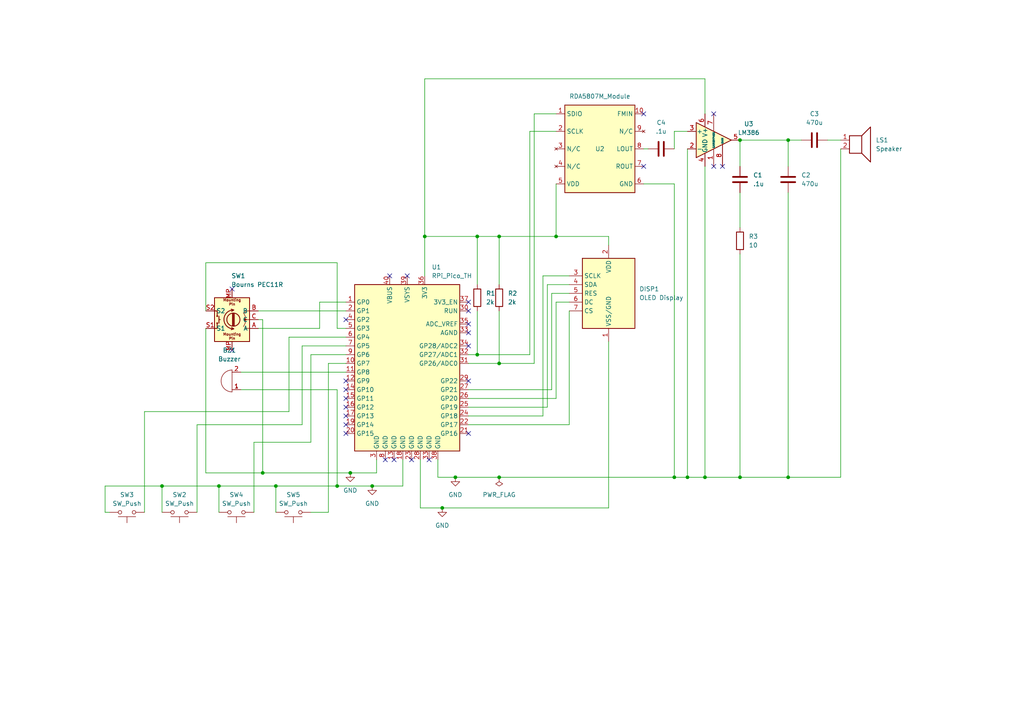
<source format=kicad_sch>
(kicad_sch (version 20211123) (generator eeschema)

  (uuid e63e39d7-6ac0-4ffd-8aa3-1841a4541b55)

  (paper "A4")

  (lib_symbols
    (symbol "Amplifier_Audio:LM386" (pin_names (offset 0.127)) (in_bom yes) (on_board yes)
      (property "Reference" "U" (id 0) (at 1.27 7.62 0)
        (effects (font (size 1.27 1.27)) (justify left))
      )
      (property "Value" "LM386" (id 1) (at 1.27 5.08 0)
        (effects (font (size 1.27 1.27)) (justify left))
      )
      (property "Footprint" "" (id 2) (at 2.54 2.54 0)
        (effects (font (size 1.27 1.27)) hide)
      )
      (property "Datasheet" "http://www.ti.com/lit/ds/symlink/lm386.pdf" (id 3) (at 5.08 5.08 0)
        (effects (font (size 1.27 1.27)) hide)
      )
      (property "ki_keywords" "single Power opamp" (id 4) (at 0 0 0)
        (effects (font (size 1.27 1.27)) hide)
      )
      (property "ki_description" "Low Voltage Audio Power Amplifier, DIP-8/SOIC-8/SSOP-8" (id 5) (at 0 0 0)
        (effects (font (size 1.27 1.27)) hide)
      )
      (property "ki_fp_filters" "SOIC*3.9x4.9mm*P1.27mm* DIP*W7.62mm* MSSOP*P0.65mm* TSSOP*3x3mm*P0.5mm*" (id 6) (at 0 0 0)
        (effects (font (size 1.27 1.27)) hide)
      )
      (symbol "LM386_0_1"
        (polyline
          (pts
            (xy 5.08 0)
            (xy -5.08 5.08)
            (xy -5.08 -5.08)
            (xy 5.08 0)
          )
          (stroke (width 0.254) (type default) (color 0 0 0 0))
          (fill (type background))
        )
      )
      (symbol "LM386_1_1"
        (pin input line (at 0 -7.62 90) (length 5.08)
          (name "GAIN" (effects (font (size 0.508 0.508))))
          (number "1" (effects (font (size 1.27 1.27))))
        )
        (pin input line (at -7.62 -2.54 0) (length 2.54)
          (name "-" (effects (font (size 1.27 1.27))))
          (number "2" (effects (font (size 1.27 1.27))))
        )
        (pin input line (at -7.62 2.54 0) (length 2.54)
          (name "+" (effects (font (size 1.27 1.27))))
          (number "3" (effects (font (size 1.27 1.27))))
        )
        (pin power_in line (at -2.54 -7.62 90) (length 3.81)
          (name "GND" (effects (font (size 1.27 1.27))))
          (number "4" (effects (font (size 1.27 1.27))))
        )
        (pin output line (at 7.62 0 180) (length 2.54)
          (name "~" (effects (font (size 1.27 1.27))))
          (number "5" (effects (font (size 1.27 1.27))))
        )
        (pin power_in line (at -2.54 7.62 270) (length 3.81)
          (name "V+" (effects (font (size 1.27 1.27))))
          (number "6" (effects (font (size 1.27 1.27))))
        )
        (pin input line (at 0 7.62 270) (length 5.08)
          (name "BYPASS" (effects (font (size 0.508 0.508))))
          (number "7" (effects (font (size 1.27 1.27))))
        )
        (pin input line (at 2.54 -7.62 90) (length 6.35)
          (name "GAIN" (effects (font (size 0.508 0.508))))
          (number "8" (effects (font (size 1.27 1.27))))
        )
      )
    )
    (symbol "Device:Buzzer" (pin_names (offset 0.0254) hide) (in_bom yes) (on_board yes)
      (property "Reference" "BZ" (id 0) (at 3.81 1.27 0)
        (effects (font (size 1.27 1.27)) (justify left))
      )
      (property "Value" "Buzzer" (id 1) (at 3.81 -1.27 0)
        (effects (font (size 1.27 1.27)) (justify left))
      )
      (property "Footprint" "" (id 2) (at -0.635 2.54 90)
        (effects (font (size 1.27 1.27)) hide)
      )
      (property "Datasheet" "~" (id 3) (at -0.635 2.54 90)
        (effects (font (size 1.27 1.27)) hide)
      )
      (property "ki_keywords" "quartz resonator ceramic" (id 4) (at 0 0 0)
        (effects (font (size 1.27 1.27)) hide)
      )
      (property "ki_description" "Buzzer, polarized" (id 5) (at 0 0 0)
        (effects (font (size 1.27 1.27)) hide)
      )
      (property "ki_fp_filters" "*Buzzer*" (id 6) (at 0 0 0)
        (effects (font (size 1.27 1.27)) hide)
      )
      (symbol "Buzzer_0_1"
        (arc (start 0 -3.175) (mid 3.175 0) (end 0 3.175)
          (stroke (width 0) (type default) (color 0 0 0 0))
          (fill (type none))
        )
        (polyline
          (pts
            (xy -1.651 1.905)
            (xy -1.143 1.905)
          )
          (stroke (width 0) (type default) (color 0 0 0 0))
          (fill (type none))
        )
        (polyline
          (pts
            (xy -1.397 2.159)
            (xy -1.397 1.651)
          )
          (stroke (width 0) (type default) (color 0 0 0 0))
          (fill (type none))
        )
        (polyline
          (pts
            (xy 0 3.175)
            (xy 0 -3.175)
          )
          (stroke (width 0) (type default) (color 0 0 0 0))
          (fill (type none))
        )
      )
      (symbol "Buzzer_1_1"
        (pin passive line (at -2.54 2.54 0) (length 2.54)
          (name "-" (effects (font (size 1.27 1.27))))
          (number "1" (effects (font (size 1.27 1.27))))
        )
        (pin passive line (at -2.54 -2.54 0) (length 2.54)
          (name "+" (effects (font (size 1.27 1.27))))
          (number "2" (effects (font (size 1.27 1.27))))
        )
      )
    )
    (symbol "Device:C" (pin_numbers hide) (pin_names (offset 0.254)) (in_bom yes) (on_board yes)
      (property "Reference" "C" (id 0) (at 0.635 2.54 0)
        (effects (font (size 1.27 1.27)) (justify left))
      )
      (property "Value" "C" (id 1) (at 0.635 -2.54 0)
        (effects (font (size 1.27 1.27)) (justify left))
      )
      (property "Footprint" "" (id 2) (at 0.9652 -3.81 0)
        (effects (font (size 1.27 1.27)) hide)
      )
      (property "Datasheet" "~" (id 3) (at 0 0 0)
        (effects (font (size 1.27 1.27)) hide)
      )
      (property "ki_keywords" "cap capacitor" (id 4) (at 0 0 0)
        (effects (font (size 1.27 1.27)) hide)
      )
      (property "ki_description" "Unpolarized capacitor" (id 5) (at 0 0 0)
        (effects (font (size 1.27 1.27)) hide)
      )
      (property "ki_fp_filters" "C_*" (id 6) (at 0 0 0)
        (effects (font (size 1.27 1.27)) hide)
      )
      (symbol "C_0_1"
        (polyline
          (pts
            (xy -2.032 -0.762)
            (xy 2.032 -0.762)
          )
          (stroke (width 0.508) (type default) (color 0 0 0 0))
          (fill (type none))
        )
        (polyline
          (pts
            (xy -2.032 0.762)
            (xy 2.032 0.762)
          )
          (stroke (width 0.508) (type default) (color 0 0 0 0))
          (fill (type none))
        )
      )
      (symbol "C_1_1"
        (pin passive line (at 0 3.81 270) (length 2.794)
          (name "~" (effects (font (size 1.27 1.27))))
          (number "1" (effects (font (size 1.27 1.27))))
        )
        (pin passive line (at 0 -3.81 90) (length 2.794)
          (name "~" (effects (font (size 1.27 1.27))))
          (number "2" (effects (font (size 1.27 1.27))))
        )
      )
    )
    (symbol "Device:R" (pin_numbers hide) (pin_names (offset 0)) (in_bom yes) (on_board yes)
      (property "Reference" "R" (id 0) (at 2.032 0 90)
        (effects (font (size 1.27 1.27)))
      )
      (property "Value" "R" (id 1) (at 0 0 90)
        (effects (font (size 1.27 1.27)))
      )
      (property "Footprint" "" (id 2) (at -1.778 0 90)
        (effects (font (size 1.27 1.27)) hide)
      )
      (property "Datasheet" "~" (id 3) (at 0 0 0)
        (effects (font (size 1.27 1.27)) hide)
      )
      (property "ki_keywords" "R res resistor" (id 4) (at 0 0 0)
        (effects (font (size 1.27 1.27)) hide)
      )
      (property "ki_description" "Resistor" (id 5) (at 0 0 0)
        (effects (font (size 1.27 1.27)) hide)
      )
      (property "ki_fp_filters" "R_*" (id 6) (at 0 0 0)
        (effects (font (size 1.27 1.27)) hide)
      )
      (symbol "R_0_1"
        (rectangle (start -1.016 -2.54) (end 1.016 2.54)
          (stroke (width 0.254) (type default) (color 0 0 0 0))
          (fill (type none))
        )
      )
      (symbol "R_1_1"
        (pin passive line (at 0 3.81 270) (length 1.27)
          (name "~" (effects (font (size 1.27 1.27))))
          (number "1" (effects (font (size 1.27 1.27))))
        )
        (pin passive line (at 0 -3.81 90) (length 1.27)
          (name "~" (effects (font (size 1.27 1.27))))
          (number "2" (effects (font (size 1.27 1.27))))
        )
      )
    )
    (symbol "Device:Speaker" (pin_names (offset 0) hide) (in_bom yes) (on_board yes)
      (property "Reference" "LS" (id 0) (at 1.27 5.715 0)
        (effects (font (size 1.27 1.27)) (justify right))
      )
      (property "Value" "Speaker" (id 1) (at 1.27 3.81 0)
        (effects (font (size 1.27 1.27)) (justify right))
      )
      (property "Footprint" "" (id 2) (at 0 -5.08 0)
        (effects (font (size 1.27 1.27)) hide)
      )
      (property "Datasheet" "~" (id 3) (at -0.254 -1.27 0)
        (effects (font (size 1.27 1.27)) hide)
      )
      (property "ki_keywords" "speaker sound" (id 4) (at 0 0 0)
        (effects (font (size 1.27 1.27)) hide)
      )
      (property "ki_description" "Speaker" (id 5) (at 0 0 0)
        (effects (font (size 1.27 1.27)) hide)
      )
      (symbol "Speaker_0_0"
        (rectangle (start -2.54 1.27) (end 1.016 -3.81)
          (stroke (width 0.254) (type default) (color 0 0 0 0))
          (fill (type none))
        )
        (polyline
          (pts
            (xy 1.016 1.27)
            (xy 3.556 3.81)
            (xy 3.556 -6.35)
            (xy 1.016 -3.81)
          )
          (stroke (width 0.254) (type default) (color 0 0 0 0))
          (fill (type none))
        )
      )
      (symbol "Speaker_1_1"
        (pin input line (at -5.08 0 0) (length 2.54)
          (name "1" (effects (font (size 1.27 1.27))))
          (number "1" (effects (font (size 1.27 1.27))))
        )
        (pin input line (at -5.08 -2.54 0) (length 2.54)
          (name "2" (effects (font (size 1.27 1.27))))
          (number "2" (effects (font (size 1.27 1.27))))
        )
      )
    )
    (symbol "ECE:Bourns PEC11R" (in_bom yes) (on_board yes)
      (property "Reference" "SW?" (id 0) (at 7.62 7.62 0)
        (effects (font (size 1.27 1.27)) (justify left))
      )
      (property "Value" "Bourns PEC11R" (id 1) (at 7.62 5.08 0)
        (effects (font (size 1.27 1.27)) (justify left))
      )
      (property "Footprint" "Rotary_Encoder:RotaryEncoder_Alps_EC12E-Switch_Vertical_H20mm" (id 2) (at 39.37 -7.62 0)
        (effects (font (size 1.27 1.27)) hide)
      )
      (property "Datasheet" "" (id 3) (at 0 0 90)
        (effects (font (size 1.27 1.27)) hide)
      )
      (symbol "Bourns PEC11R_0_0"
        (text "Mounting\nPin" (at -4.8504 0.0079 900)
          (effects (font (size 0.762 0.762)))
        )
        (text "Mounting\nPin" (at 5.08 0 900)
          (effects (font (size 0.762 0.762)))
        )
      )
      (symbol "Bourns PEC11R_0_1"
        (rectangle (start -6.35 5.08) (end 6.35 -5.08)
          (stroke (width 0.254) (type default) (color 0 0 0 0))
          (fill (type background))
        )
        (circle (center -1.016 4.318) (radius 0.127)
          (stroke (width 0.254) (type default) (color 0 0 0 0))
          (fill (type none))
        )
        (circle (center 0 -3.81) (radius 0.254)
          (stroke (width 0) (type default) (color 0 0 0 0))
          (fill (type outline))
        )
        (circle (center 0 -0.381) (radius 1.905)
          (stroke (width 0.254) (type default) (color 0 0 0 0))
          (fill (type none))
        )
        (polyline
          (pts
            (xy -1.778 -0.127)
            (xy 1.778 -0.127)
          )
          (stroke (width 0.254) (type default) (color 0 0 0 0))
          (fill (type none))
        )
        (polyline
          (pts
            (xy -1.016 3.81)
            (xy 1.016 3.81)
          )
          (stroke (width 0.254) (type default) (color 0 0 0 0))
          (fill (type none))
        )
        (polyline
          (pts
            (xy 0 3.81)
            (xy 0 3.429)
          )
          (stroke (width 0.254) (type default) (color 0 0 0 0))
          (fill (type none))
        )
        (polyline
          (pts
            (xy 1.778 -0.635)
            (xy -1.778 -0.635)
          )
          (stroke (width 0.254) (type default) (color 0 0 0 0))
          (fill (type none))
        )
        (polyline
          (pts
            (xy 1.778 -0.381)
            (xy -1.778 -0.381)
          )
          (stroke (width 0.254) (type default) (color 0 0 0 0))
          (fill (type none))
        )
        (polyline
          (pts
            (xy -2.921 0.254)
            (xy -2.667 -0.508)
            (xy -2.286 0.127)
          )
          (stroke (width 0.254) (type default) (color 0 0 0 0))
          (fill (type none))
        )
        (polyline
          (pts
            (xy -2.54 -5.08)
            (xy -2.54 -3.81)
            (xy -2.032 -3.81)
          )
          (stroke (width 0) (type default) (color 0 0 0 0))
          (fill (type none))
        )
        (polyline
          (pts
            (xy -2.54 5.08)
            (xy -2.54 4.318)
            (xy -1.016 4.318)
          )
          (stroke (width 0.254) (type default) (color 0 0 0 0))
          (fill (type none))
        )
        (polyline
          (pts
            (xy 2.54 -5.08)
            (xy 2.54 -3.81)
            (xy 2.032 -3.81)
          )
          (stroke (width 0) (type default) (color 0 0 0 0))
          (fill (type none))
        )
        (polyline
          (pts
            (xy 2.54 5.08)
            (xy 2.54 4.318)
            (xy 1.016 4.318)
          )
          (stroke (width 0.254) (type default) (color 0 0 0 0))
          (fill (type none))
        )
        (polyline
          (pts
            (xy 3.048 0.254)
            (xy 2.794 -0.508)
            (xy 2.413 0.127)
          )
          (stroke (width 0.254) (type default) (color 0 0 0 0))
          (fill (type none))
        )
        (polyline
          (pts
            (xy 0 -5.08)
            (xy 0 -3.81)
            (xy 1.016 -3.81)
            (xy 2.032 -3.302)
          )
          (stroke (width 0) (type default) (color 0 0 0 0))
          (fill (type none))
        )
        (polyline
          (pts
            (xy 0 -4.318)
            (xy 0 -3.81)
            (xy -1.016 -3.81)
            (xy -2.032 -3.302)
          )
          (stroke (width 0) (type default) (color 0 0 0 0))
          (fill (type none))
        )
        (circle (center 1.016 4.318) (radius 0.127)
          (stroke (width 0.254) (type default) (color 0 0 0 0))
          (fill (type none))
        )
        (arc (start 2.794 -0.381) (mid 0.0635 2.3376) (end -2.667 -0.381)
          (stroke (width 0.254) (type default) (color 0 0 0 0))
          (fill (type none))
        )
      )
      (symbol "Bourns PEC11R_1_1"
        (pin passive line (at -2.54 -7.62 90) (length 2.54)
          (name "A" (effects (font (size 1.27 1.27))))
          (number "A" (effects (font (size 1.27 1.27))))
        )
        (pin passive line (at 2.54 -7.62 90) (length 2.54)
          (name "B" (effects (font (size 1.27 1.27))))
          (number "B" (effects (font (size 1.27 1.27))))
        )
        (pin passive line (at 0 -7.62 90) (length 2.54)
          (name "C" (effects (font (size 1.27 1.27))))
          (number "C" (effects (font (size 1.27 1.27))))
        )
        (pin passive line (at -8.89 0 0) (length 2.54)
          (name "" (effects (font (size 1.27 1.27))))
          (number "MP" (effects (font (size 1.27 1.27))))
        )
        (pin passive line (at 8.89 0 180) (length 2.54)
          (name "" (effects (font (size 1.27 1.27))))
          (number "MP" (effects (font (size 1.27 1.27))))
        )
        (pin passive line (at -2.54 7.62 270) (length 2.54)
          (name "S1" (effects (font (size 1.27 1.27))))
          (number "S1" (effects (font (size 1.27 1.27))))
        )
        (pin passive line (at 2.54 7.62 270) (length 2.54)
          (name "S2" (effects (font (size 1.27 1.27))))
          (number "S2" (effects (font (size 1.27 1.27))))
        )
      )
    )
    (symbol "ECE:OLED Display" (in_bom yes) (on_board yes)
      (property "Reference" "DISP?" (id 0) (at 8.89 -1.27 0)
        (effects (font (size 1.27 1.27)) (justify left))
      )
      (property "Value" "OLED Display" (id 1) (at 8.89 1.27 0)
        (effects (font (size 1.27 1.27)) (justify left))
      )
      (property "Footprint" "" (id 2) (at 0 0 0)
        (effects (font (size 1.27 1.27)) hide)
      )
      (property "Datasheet" "" (id 3) (at 0 0 0)
        (effects (font (size 1.27 1.27)) hide)
      )
      (symbol "OLED Display_1_1"
        (rectangle (start -7.62 10.16) (end 7.62 -10.16)
          (stroke (width 0.254) (type default) (color 0 0 0 0))
          (fill (type background))
        )
        (pin power_in line (at 0 -13.97 90) (length 3.81)
          (name "VSS/GND" (effects (font (size 1.27 1.27))))
          (number "1" (effects (font (size 1.27 1.27))))
        )
        (pin power_in line (at 0 13.97 270) (length 3.81)
          (name "VDD" (effects (font (size 1.27 1.27))))
          (number "2" (effects (font (size 1.27 1.27))))
        )
        (pin input line (at -11.43 5.08 0) (length 3.81)
          (name "SCLK" (effects (font (size 1.27 1.27))))
          (number "3" (effects (font (size 1.27 1.27))))
        )
        (pin output line (at -11.43 2.54 0) (length 3.81)
          (name "SDA" (effects (font (size 1.27 1.27))))
          (number "4" (effects (font (size 1.27 1.27))))
        )
        (pin input line (at -11.43 0 0) (length 3.81)
          (name "RES" (effects (font (size 1.27 1.27))))
          (number "5" (effects (font (size 1.27 1.27))))
        )
        (pin input line (at -11.43 -2.54 0) (length 3.81)
          (name "DC" (effects (font (size 1.27 1.27))))
          (number "6" (effects (font (size 1.27 1.27))))
        )
        (pin input line (at -11.43 -5.08 0) (length 3.81)
          (name "CS" (effects (font (size 1.27 1.27))))
          (number "7" (effects (font (size 1.27 1.27))))
        )
      )
    )
    (symbol "ECE:RDA5807M_Module" (in_bom yes) (on_board yes)
      (property "Reference" "U" (id 0) (at -8.89 16.51 0)
        (effects (font (size 1.27 1.27)) (justify left))
      )
      (property "Value" "RDA5807M_Module" (id 1) (at -8.89 13.97 0)
        (effects (font (size 1.27 1.27)) (justify left))
      )
      (property "Footprint" "ECE:RDA5807M_Module_TH" (id 2) (at 0 1.27 0)
        (effects (font (size 1.27 1.27)) hide)
      )
      (property "Datasheet" "" (id 3) (at 0 1.27 0)
        (effects (font (size 1.27 1.27)) hide)
      )
      (property "ki_fp_filters" "RDA5807M_Module_SM RDA5807M_Module_TH" (id 4) (at 0 0 0)
        (effects (font (size 1.27 1.27)) hide)
      )
      (symbol "RDA5807M_Module_0_1"
        (rectangle (start -10.16 12.7) (end 10.16 -12.7)
          (stroke (width 0.254) (type default) (color 0 0 0 0))
          (fill (type background))
        )
      )
      (symbol "RDA5807M_Module_1_1"
        (pin bidirectional line (at -12.7 10.16 0) (length 2.54)
          (name "SDIO" (effects (font (size 1.27 1.27))))
          (number "1" (effects (font (size 1.27 1.27))))
        )
        (pin input line (at 12.7 10.16 180) (length 2.54)
          (name "FMIN" (effects (font (size 1.27 1.27))))
          (number "10" (effects (font (size 1.27 1.27))))
        )
        (pin input line (at -12.7 5.08 0) (length 2.54)
          (name "SCLK" (effects (font (size 1.27 1.27))))
          (number "2" (effects (font (size 1.27 1.27))))
        )
        (pin no_connect line (at -12.7 0 0) (length 2.54)
          (name "N/C" (effects (font (size 1.27 1.27))))
          (number "3" (effects (font (size 1.27 1.27))))
        )
        (pin no_connect line (at -12.7 -5.08 0) (length 2.54)
          (name "N/C" (effects (font (size 1.27 1.27))))
          (number "4" (effects (font (size 1.27 1.27))))
        )
        (pin power_in line (at -12.7 -10.16 0) (length 2.54)
          (name "VDD" (effects (font (size 1.27 1.27))))
          (number "5" (effects (font (size 1.27 1.27))))
        )
        (pin power_in line (at 12.7 -10.16 180) (length 2.54)
          (name "GND" (effects (font (size 1.27 1.27))))
          (number "6" (effects (font (size 1.27 1.27))))
        )
        (pin output line (at 12.7 -5.08 180) (length 2.54)
          (name "ROUT" (effects (font (size 1.27 1.27))))
          (number "7" (effects (font (size 1.27 1.27))))
        )
        (pin output line (at 12.7 0 180) (length 2.54)
          (name "LOUT" (effects (font (size 1.27 1.27))))
          (number "8" (effects (font (size 1.27 1.27))))
        )
        (pin no_connect line (at 12.7 5.08 180) (length 2.54)
          (name "N/C" (effects (font (size 1.27 1.27))))
          (number "9" (effects (font (size 1.27 1.27))))
        )
      )
    )
    (symbol "ECE:RPi_Pico_TH" (in_bom yes) (on_board yes)
      (property "Reference" "U?" (id 0) (at 0 1.27 0)
        (effects (font (size 1.27 1.27)))
      )
      (property "Value" "RPi_Pico_TH" (id 1) (at 0 -1.27 0)
        (effects (font (size 1.27 1.27)))
      )
      (property "Footprint" "ECE:RPi_Pico_TH" (id 2) (at 0 -3.81 0)
        (effects (font (size 1.27 1.27)) hide)
      )
      (property "Datasheet" "" (id 3) (at 0 -2.54 0)
        (effects (font (size 1.27 1.27)) hide)
      )
      (property "ki_keywords" "Raspberry Pi Pico" (id 4) (at 0 0 0)
        (effects (font (size 1.27 1.27)) hide)
      )
      (property "ki_description" "Raspberry Pi Pico" (id 5) (at 0 0 0)
        (effects (font (size 1.27 1.27)) hide)
      )
      (symbol "RPi_Pico_TH_0_1"
        (rectangle (start -15.24 24.13) (end 15.24 -24.13)
          (stroke (width 0.254) (type default) (color 0 0 0 0))
          (fill (type background))
        )
      )
      (symbol "RPi_Pico_TH_1_1"
        (pin bidirectional line (at -17.78 19.05 0) (length 2.54)
          (name "GP0" (effects (font (size 1.27 1.27))))
          (number "1" (effects (font (size 1.27 1.27))))
        )
        (pin bidirectional line (at -17.78 1.27 0) (length 2.54)
          (name "GP7" (effects (font (size 1.27 1.27))))
          (number "10" (effects (font (size 1.27 1.27))))
        )
        (pin bidirectional line (at -17.78 -1.27 0) (length 2.54)
          (name "GP8" (effects (font (size 1.27 1.27))))
          (number "11" (effects (font (size 1.27 1.27))))
        )
        (pin bidirectional line (at -17.78 -3.81 0) (length 2.54)
          (name "GP9" (effects (font (size 1.27 1.27))))
          (number "12" (effects (font (size 1.27 1.27))))
        )
        (pin power_in line (at -3.81 -26.67 90) (length 2.54)
          (name "GND" (effects (font (size 1.27 1.27))))
          (number "13" (effects (font (size 1.27 1.27))))
        )
        (pin bidirectional line (at -17.78 -6.35 0) (length 2.54)
          (name "GP10" (effects (font (size 1.27 1.27))))
          (number "14" (effects (font (size 1.27 1.27))))
        )
        (pin bidirectional line (at -17.78 -8.89 0) (length 2.54)
          (name "GP11" (effects (font (size 1.27 1.27))))
          (number "15" (effects (font (size 1.27 1.27))))
        )
        (pin bidirectional line (at -17.78 -11.43 0) (length 2.54)
          (name "GP12" (effects (font (size 1.27 1.27))))
          (number "16" (effects (font (size 1.27 1.27))))
        )
        (pin bidirectional line (at -17.78 -13.97 0) (length 2.54)
          (name "GP13" (effects (font (size 1.27 1.27))))
          (number "17" (effects (font (size 1.27 1.27))))
        )
        (pin power_in line (at -1.27 -26.67 90) (length 2.54)
          (name "GND" (effects (font (size 1.27 1.27))))
          (number "18" (effects (font (size 1.27 1.27))))
        )
        (pin bidirectional line (at -17.78 -16.51 0) (length 2.54)
          (name "GP14" (effects (font (size 1.27 1.27))))
          (number "19" (effects (font (size 1.27 1.27))))
        )
        (pin bidirectional line (at -17.78 16.51 0) (length 2.54)
          (name "GP1" (effects (font (size 1.27 1.27))))
          (number "2" (effects (font (size 1.27 1.27))))
        )
        (pin bidirectional line (at -17.78 -19.05 0) (length 2.54)
          (name "GP15" (effects (font (size 1.27 1.27))))
          (number "20" (effects (font (size 1.27 1.27))))
        )
        (pin bidirectional line (at 17.78 -19.05 180) (length 2.54)
          (name "GP16" (effects (font (size 1.27 1.27))))
          (number "21" (effects (font (size 1.27 1.27))))
        )
        (pin bidirectional line (at 17.78 -16.51 180) (length 2.54)
          (name "GP17" (effects (font (size 1.27 1.27))))
          (number "22" (effects (font (size 1.27 1.27))))
        )
        (pin power_in line (at 1.27 -26.67 90) (length 2.54)
          (name "GND" (effects (font (size 1.27 1.27))))
          (number "23" (effects (font (size 1.27 1.27))))
        )
        (pin bidirectional line (at 17.78 -13.97 180) (length 2.54)
          (name "GP18" (effects (font (size 1.27 1.27))))
          (number "24" (effects (font (size 1.27 1.27))))
        )
        (pin bidirectional line (at 17.78 -11.43 180) (length 2.54)
          (name "GP19" (effects (font (size 1.27 1.27))))
          (number "25" (effects (font (size 1.27 1.27))))
        )
        (pin bidirectional line (at 17.78 -8.89 180) (length 2.54)
          (name "GP20" (effects (font (size 1.27 1.27))))
          (number "26" (effects (font (size 1.27 1.27))))
        )
        (pin bidirectional line (at 17.78 -6.35 180) (length 2.54)
          (name "GP21" (effects (font (size 1.27 1.27))))
          (number "27" (effects (font (size 1.27 1.27))))
        )
        (pin power_in line (at 3.81 -26.67 90) (length 2.54)
          (name "GND" (effects (font (size 1.27 1.27))))
          (number "28" (effects (font (size 1.27 1.27))))
        )
        (pin bidirectional line (at 17.78 -3.81 180) (length 2.54)
          (name "GP22" (effects (font (size 1.27 1.27))))
          (number "29" (effects (font (size 1.27 1.27))))
        )
        (pin power_in line (at -8.89 -26.67 90) (length 2.54)
          (name "GND" (effects (font (size 1.27 1.27))))
          (number "3" (effects (font (size 1.27 1.27))))
        )
        (pin input line (at 17.78 16.51 180) (length 2.54)
          (name "RUN" (effects (font (size 1.27 1.27))))
          (number "30" (effects (font (size 1.27 1.27))))
        )
        (pin bidirectional line (at 17.78 1.27 180) (length 2.54)
          (name "GP26/ADC0" (effects (font (size 1.27 1.27))))
          (number "31" (effects (font (size 1.27 1.27))))
        )
        (pin bidirectional line (at 17.78 3.81 180) (length 2.54)
          (name "GP27/ADC1" (effects (font (size 1.27 1.27))))
          (number "32" (effects (font (size 1.27 1.27))))
        )
        (pin power_in line (at 17.78 10.16 180) (length 2.54)
          (name "AGND" (effects (font (size 1.27 1.27))))
          (number "33" (effects (font (size 1.27 1.27))))
        )
        (pin power_in line (at 6.35 -26.67 90) (length 2.54)
          (name "GND" (effects (font (size 1.27 1.27))))
          (number "33" (effects (font (size 1.27 1.27))))
        )
        (pin bidirectional line (at 17.78 6.35 180) (length 2.54)
          (name "GP28/ADC2" (effects (font (size 1.27 1.27))))
          (number "34" (effects (font (size 1.27 1.27))))
        )
        (pin power_in line (at 17.78 12.7 180) (length 2.54)
          (name "ADC_VREF" (effects (font (size 1.27 1.27))))
          (number "35" (effects (font (size 1.27 1.27))))
        )
        (pin power_out line (at 5.08 26.67 270) (length 2.54)
          (name "3V3" (effects (font (size 1.27 1.27))))
          (number "36" (effects (font (size 1.27 1.27))))
        )
        (pin input line (at 17.78 19.05 180) (length 2.54)
          (name "3V3_EN" (effects (font (size 1.27 1.27))))
          (number "37" (effects (font (size 1.27 1.27))))
        )
        (pin power_in line (at 8.89 -26.67 90) (length 2.54)
          (name "GND" (effects (font (size 1.27 1.27))))
          (number "38" (effects (font (size 1.27 1.27))))
        )
        (pin power_out line (at 0 26.67 270) (length 2.54)
          (name "VSYS" (effects (font (size 1.27 1.27))))
          (number "39" (effects (font (size 1.27 1.27))))
        )
        (pin bidirectional line (at -17.78 13.97 0) (length 2.54)
          (name "GP2" (effects (font (size 1.27 1.27))))
          (number "4" (effects (font (size 1.27 1.27))))
        )
        (pin power_in line (at -5.08 26.67 270) (length 2.54)
          (name "VBUS" (effects (font (size 1.27 1.27))))
          (number "40" (effects (font (size 1.27 1.27))))
        )
        (pin bidirectional line (at -17.78 11.43 0) (length 2.54)
          (name "GP3" (effects (font (size 1.27 1.27))))
          (number "5" (effects (font (size 1.27 1.27))))
        )
        (pin bidirectional line (at -17.78 8.89 0) (length 2.54)
          (name "GP4" (effects (font (size 1.27 1.27))))
          (number "6" (effects (font (size 1.27 1.27))))
        )
        (pin bidirectional line (at -17.78 6.35 0) (length 2.54)
          (name "GP5" (effects (font (size 1.27 1.27))))
          (number "7" (effects (font (size 1.27 1.27))))
        )
        (pin power_in line (at -6.35 -26.67 90) (length 2.54)
          (name "GND" (effects (font (size 1.27 1.27))))
          (number "8" (effects (font (size 1.27 1.27))))
        )
        (pin bidirectional line (at -17.78 3.81 0) (length 2.54)
          (name "GP6" (effects (font (size 1.27 1.27))))
          (number "9" (effects (font (size 1.27 1.27))))
        )
      )
    )
    (symbol "Switch:SW_Push" (pin_numbers hide) (pin_names (offset 1.016) hide) (in_bom yes) (on_board yes)
      (property "Reference" "SW" (id 0) (at 1.27 2.54 0)
        (effects (font (size 1.27 1.27)) (justify left))
      )
      (property "Value" "SW_Push" (id 1) (at 0 -1.524 0)
        (effects (font (size 1.27 1.27)))
      )
      (property "Footprint" "" (id 2) (at 0 5.08 0)
        (effects (font (size 1.27 1.27)) hide)
      )
      (property "Datasheet" "~" (id 3) (at 0 5.08 0)
        (effects (font (size 1.27 1.27)) hide)
      )
      (property "ki_keywords" "switch normally-open pushbutton push-button" (id 4) (at 0 0 0)
        (effects (font (size 1.27 1.27)) hide)
      )
      (property "ki_description" "Push button switch, generic, two pins" (id 5) (at 0 0 0)
        (effects (font (size 1.27 1.27)) hide)
      )
      (symbol "SW_Push_0_1"
        (circle (center -2.032 0) (radius 0.508)
          (stroke (width 0) (type default) (color 0 0 0 0))
          (fill (type none))
        )
        (polyline
          (pts
            (xy 0 1.27)
            (xy 0 3.048)
          )
          (stroke (width 0) (type default) (color 0 0 0 0))
          (fill (type none))
        )
        (polyline
          (pts
            (xy 2.54 1.27)
            (xy -2.54 1.27)
          )
          (stroke (width 0) (type default) (color 0 0 0 0))
          (fill (type none))
        )
        (circle (center 2.032 0) (radius 0.508)
          (stroke (width 0) (type default) (color 0 0 0 0))
          (fill (type none))
        )
        (pin passive line (at -5.08 0 0) (length 2.54)
          (name "1" (effects (font (size 1.27 1.27))))
          (number "1" (effects (font (size 1.27 1.27))))
        )
        (pin passive line (at 5.08 0 180) (length 2.54)
          (name "2" (effects (font (size 1.27 1.27))))
          (number "2" (effects (font (size 1.27 1.27))))
        )
      )
    )
    (symbol "power:GND" (power) (pin_names (offset 0)) (in_bom yes) (on_board yes)
      (property "Reference" "#PWR" (id 0) (at 0 -6.35 0)
        (effects (font (size 1.27 1.27)) hide)
      )
      (property "Value" "GND" (id 1) (at 0 -3.81 0)
        (effects (font (size 1.27 1.27)))
      )
      (property "Footprint" "" (id 2) (at 0 0 0)
        (effects (font (size 1.27 1.27)) hide)
      )
      (property "Datasheet" "" (id 3) (at 0 0 0)
        (effects (font (size 1.27 1.27)) hide)
      )
      (property "ki_keywords" "power-flag" (id 4) (at 0 0 0)
        (effects (font (size 1.27 1.27)) hide)
      )
      (property "ki_description" "Power symbol creates a global label with name \"GND\" , ground" (id 5) (at 0 0 0)
        (effects (font (size 1.27 1.27)) hide)
      )
      (symbol "GND_0_1"
        (polyline
          (pts
            (xy 0 0)
            (xy 0 -1.27)
            (xy 1.27 -1.27)
            (xy 0 -2.54)
            (xy -1.27 -1.27)
            (xy 0 -1.27)
          )
          (stroke (width 0) (type default) (color 0 0 0 0))
          (fill (type none))
        )
      )
      (symbol "GND_1_1"
        (pin power_in line (at 0 0 270) (length 0) hide
          (name "GND" (effects (font (size 1.27 1.27))))
          (number "1" (effects (font (size 1.27 1.27))))
        )
      )
    )
    (symbol "power:PWR_FLAG" (power) (pin_numbers hide) (pin_names (offset 0) hide) (in_bom yes) (on_board yes)
      (property "Reference" "#FLG" (id 0) (at 0 1.905 0)
        (effects (font (size 1.27 1.27)) hide)
      )
      (property "Value" "PWR_FLAG" (id 1) (at 0 3.81 0)
        (effects (font (size 1.27 1.27)))
      )
      (property "Footprint" "" (id 2) (at 0 0 0)
        (effects (font (size 1.27 1.27)) hide)
      )
      (property "Datasheet" "~" (id 3) (at 0 0 0)
        (effects (font (size 1.27 1.27)) hide)
      )
      (property "ki_keywords" "power-flag" (id 4) (at 0 0 0)
        (effects (font (size 1.27 1.27)) hide)
      )
      (property "ki_description" "Special symbol for telling ERC where power comes from" (id 5) (at 0 0 0)
        (effects (font (size 1.27 1.27)) hide)
      )
      (symbol "PWR_FLAG_0_0"
        (pin power_out line (at 0 0 90) (length 0)
          (name "pwr" (effects (font (size 1.27 1.27))))
          (number "1" (effects (font (size 1.27 1.27))))
        )
      )
      (symbol "PWR_FLAG_0_1"
        (polyline
          (pts
            (xy 0 0)
            (xy 0 1.27)
            (xy -1.016 1.905)
            (xy 0 2.54)
            (xy 1.016 1.905)
            (xy 0 1.27)
          )
          (stroke (width 0) (type default) (color 0 0 0 0))
          (fill (type none))
        )
      )
    )
  )

  (junction (at 214.63 138.43) (diameter 0) (color 0 0 0 0)
    (uuid 078e682e-b78f-45f0-bfa1-baed8228a885)
  )
  (junction (at 161.29 68.58) (diameter 0) (color 0 0 0 0)
    (uuid 0b63fc19-e272-4f0a-885b-5ce6821a3c11)
  )
  (junction (at 228.6 40.64) (diameter 0) (color 0 0 0 0)
    (uuid 23c82ac8-cdef-4749-a91d-fac58346f3ad)
  )
  (junction (at 144.78 138.43) (diameter 0) (color 0 0 0 0)
    (uuid 30443d32-e31c-4a32-96e3-bf536cf66bda)
  )
  (junction (at 214.63 40.64) (diameter 0) (color 0 0 0 0)
    (uuid 40a4464c-dd7d-47e3-9dfb-56ce25f54baa)
  )
  (junction (at 80.01 140.97) (diameter 0) (color 0 0 0 0)
    (uuid 46a2ddad-510f-4b6a-aab3-67f1794281e6)
  )
  (junction (at 107.95 140.97) (diameter 0) (color 0 0 0 0)
    (uuid 5e8046f0-f0e8-4298-a4cf-e331ef4d6c6e)
  )
  (junction (at 76.2 137.16) (diameter 0) (color 0 0 0 0)
    (uuid 61f27133-9d2f-437b-af03-7be46e8476f3)
  )
  (junction (at 63.5 140.97) (diameter 0) (color 0 0 0 0)
    (uuid 662af099-866c-4687-a7c4-245fd08a22c0)
  )
  (junction (at 97.79 140.97) (diameter 0) (color 0 0 0 0)
    (uuid 66b808cf-4d11-468d-9e4d-5d267196b009)
  )
  (junction (at 144.78 105.41) (diameter 0) (color 0 0 0 0)
    (uuid 6e687c86-acf8-417f-a4d9-830b78074969)
  )
  (junction (at 144.78 68.58) (diameter 0) (color 0 0 0 0)
    (uuid 6f7f8c6f-e72d-4f73-abf4-933b3c86f3da)
  )
  (junction (at 132.08 138.43) (diameter 0) (color 0 0 0 0)
    (uuid 88eb0be6-ea11-44ad-83e8-eb7b44e0f45d)
  )
  (junction (at 123.19 68.58) (diameter 0) (color 0 0 0 0)
    (uuid 8f7de82b-a67a-4854-8369-6777af34673f)
  )
  (junction (at 128.27 147.32) (diameter 0) (color 0 0 0 0)
    (uuid a7e34121-5ff9-40fe-a34e-d86cdc18812b)
  )
  (junction (at 46.99 140.97) (diameter 0) (color 0 0 0 0)
    (uuid bbbfc8aa-a522-49cd-8293-794cadfb5c61)
  )
  (junction (at 101.6 137.16) (diameter 0) (color 0 0 0 0)
    (uuid c2ebdbbe-4ae8-4fd3-a0c2-9eb4986121f9)
  )
  (junction (at 138.43 102.87) (diameter 0) (color 0 0 0 0)
    (uuid c45c3746-47ce-41d1-8243-a787f34e3f88)
  )
  (junction (at 138.43 68.58) (diameter 0) (color 0 0 0 0)
    (uuid d138b5d7-635c-4536-b164-92373648bb42)
  )
  (junction (at 195.58 138.43) (diameter 0) (color 0 0 0 0)
    (uuid d877e827-ee1e-4e9e-9bb9-28783e6aef33)
  )
  (junction (at 204.47 138.43) (diameter 0) (color 0 0 0 0)
    (uuid dac4b048-2089-41a9-bcd3-f350fbda9852)
  )
  (junction (at 199.39 138.43) (diameter 0) (color 0 0 0 0)
    (uuid df09ec54-ca65-4651-83d5-298ac809c9d4)
  )
  (junction (at 228.6 138.43) (diameter 0) (color 0 0 0 0)
    (uuid f21848e7-e7e9-410d-b423-7eb2f1826e37)
  )

  (no_connect (at 119.38 133.35) (uuid 31845257-bd99-4a67-ac66-e53af07f371d))
  (no_connect (at 135.89 87.63) (uuid 38835a3c-475b-4723-aa94-c2043afd2a70))
  (no_connect (at 118.11 80.01) (uuid 38835a3c-475b-4723-aa94-c2043afd2a71))
  (no_connect (at 113.03 80.01) (uuid 38835a3c-475b-4723-aa94-c2043afd2a72))
  (no_connect (at 135.89 93.98) (uuid 38835a3c-475b-4723-aa94-c2043afd2a73))
  (no_connect (at 135.89 96.52) (uuid 38835a3c-475b-4723-aa94-c2043afd2a74))
  (no_connect (at 135.89 90.17) (uuid 38835a3c-475b-4723-aa94-c2043afd2a75))
  (no_connect (at 207.01 48.26) (uuid 3e5533fb-a3d1-4e79-a045-890d6ac138ea))
  (no_connect (at 209.55 48.26) (uuid 3e5533fb-a3d1-4e79-a045-890d6ac138eb))
  (no_connect (at 207.01 33.02) (uuid 3e5533fb-a3d1-4e79-a045-890d6ac138ec))
  (no_connect (at 100.33 92.71) (uuid 6b44d6cf-0571-4109-9bd6-790c8af1892e))
  (no_connect (at 100.33 110.49) (uuid a228dd02-8caa-443f-9918-bbf6eb62d140))
  (no_connect (at 114.3 133.35) (uuid a291dc52-db30-477b-9b12-9628ee562cf0))
  (no_connect (at 135.89 110.49) (uuid bdcf26bd-b0ab-48ac-b629-ee125a49ec01))
  (no_connect (at 67.31 101.6) (uuid ca20c5c1-29f0-409d-bad9-37dcf0fa9ef3))
  (no_connect (at 111.76 133.35) (uuid d672ad6b-f8ff-43e7-8de8-790630db4989))
  (no_connect (at 67.31 83.82) (uuid db99bd2a-ec65-4753-ae81-0c8463f6372a))
  (no_connect (at 100.33 120.65) (uuid de09b333-3da2-4efe-aa34-d1d134ca22f8))
  (no_connect (at 100.33 123.19) (uuid de09b333-3da2-4efe-aa34-d1d134ca22f9))
  (no_connect (at 100.33 125.73) (uuid de09b333-3da2-4efe-aa34-d1d134ca22fa))
  (no_connect (at 100.33 118.11) (uuid de09b333-3da2-4efe-aa34-d1d134ca22fb))
  (no_connect (at 100.33 113.03) (uuid de09b333-3da2-4efe-aa34-d1d134ca2300))
  (no_connect (at 100.33 115.57) (uuid de09b333-3da2-4efe-aa34-d1d134ca2301))
  (no_connect (at 186.69 48.26) (uuid de09b333-3da2-4efe-aa34-d1d134ca2302))
  (no_connect (at 124.46 133.35) (uuid de09b333-3da2-4efe-aa34-d1d134ca2303))
  (no_connect (at 135.89 125.73) (uuid de09b333-3da2-4efe-aa34-d1d134ca2306))
  (no_connect (at 186.69 33.02) (uuid de09b333-3da2-4efe-aa34-d1d134ca230b))
  (no_connect (at 135.89 100.33) (uuid de09b333-3da2-4efe-aa34-d1d134ca230c))

  (wire (pts (xy 214.63 138.43) (xy 204.47 138.43))
    (stroke (width 0) (type default) (color 0 0 0 0))
    (uuid 024a5a0a-2d84-46fb-b3a9-eb3ead4d2d06)
  )
  (wire (pts (xy 228.6 40.64) (xy 228.6 48.26))
    (stroke (width 0) (type default) (color 0 0 0 0))
    (uuid 02bd4000-c0d9-4cf4-b652-267df8ea665f)
  )
  (wire (pts (xy 41.91 119.38) (xy 83.82 119.38))
    (stroke (width 0) (type default) (color 0 0 0 0))
    (uuid 0c630bb0-30a1-43cc-aeb3-862c29c258ba)
  )
  (wire (pts (xy 30.48 140.97) (xy 30.48 148.59))
    (stroke (width 0) (type default) (color 0 0 0 0))
    (uuid 102be731-9187-4198-b025-1237c473d6a7)
  )
  (wire (pts (xy 31.75 148.59) (xy 30.48 148.59))
    (stroke (width 0) (type default) (color 0 0 0 0))
    (uuid 13e893f2-643a-4476-8884-854f9453c282)
  )
  (wire (pts (xy 144.78 68.58) (xy 161.29 68.58))
    (stroke (width 0) (type default) (color 0 0 0 0))
    (uuid 2f478e77-71e7-462f-aa86-6c1e7a3908b4)
  )
  (wire (pts (xy 123.19 22.86) (xy 204.47 22.86))
    (stroke (width 0) (type default) (color 0 0 0 0))
    (uuid 2f64bb6c-dfc8-4206-85c2-60698ac1dea4)
  )
  (wire (pts (xy 228.6 40.64) (xy 232.41 40.64))
    (stroke (width 0) (type default) (color 0 0 0 0))
    (uuid 30a21614-0be7-428b-b168-6714b64a7efc)
  )
  (wire (pts (xy 135.89 123.19) (xy 165.1 123.19))
    (stroke (width 0) (type default) (color 0 0 0 0))
    (uuid 318d3c3e-fd36-41a8-b30a-7e25c246ba9a)
  )
  (wire (pts (xy 74.93 92.71) (xy 76.2 92.71))
    (stroke (width 0) (type default) (color 0 0 0 0))
    (uuid 33892164-209b-4146-9f63-367830b49dbd)
  )
  (wire (pts (xy 87.63 100.33) (xy 100.33 100.33))
    (stroke (width 0) (type default) (color 0 0 0 0))
    (uuid 39b8ca2e-eaef-477d-9480-7a3cb292e2ea)
  )
  (wire (pts (xy 57.15 123.19) (xy 57.15 148.59))
    (stroke (width 0) (type default) (color 0 0 0 0))
    (uuid 3b3c5395-84bf-4566-81d9-30282c13a6f2)
  )
  (wire (pts (xy 228.6 55.88) (xy 228.6 138.43))
    (stroke (width 0) (type default) (color 0 0 0 0))
    (uuid 3d9e36eb-cae4-405a-b38a-1a1b229ac9ec)
  )
  (wire (pts (xy 160.02 85.09) (xy 160.02 113.03))
    (stroke (width 0) (type default) (color 0 0 0 0))
    (uuid 42703946-77f7-45dd-97af-935f35546924)
  )
  (wire (pts (xy 138.43 102.87) (xy 153.67 102.87))
    (stroke (width 0) (type default) (color 0 0 0 0))
    (uuid 4593d7c6-8a1a-49a1-a94b-f5df89b53beb)
  )
  (wire (pts (xy 63.5 140.97) (xy 80.01 140.97))
    (stroke (width 0) (type default) (color 0 0 0 0))
    (uuid 460be765-bbd7-48b4-9d2c-f1204970ef08)
  )
  (wire (pts (xy 116.84 140.97) (xy 116.84 133.35))
    (stroke (width 0) (type default) (color 0 0 0 0))
    (uuid 4af359b5-c95e-4ff8-a8d4-58cdae08c792)
  )
  (wire (pts (xy 83.82 119.38) (xy 83.82 97.79))
    (stroke (width 0) (type default) (color 0 0 0 0))
    (uuid 4bdbe3ac-7137-4b56-afda-894368c303a5)
  )
  (wire (pts (xy 158.75 118.11) (xy 158.75 82.55))
    (stroke (width 0) (type default) (color 0 0 0 0))
    (uuid 4c9507bf-a8f5-42d1-be05-122c518d681e)
  )
  (wire (pts (xy 228.6 138.43) (xy 214.63 138.43))
    (stroke (width 0) (type default) (color 0 0 0 0))
    (uuid 4ce2fcce-2709-49b2-837c-dd0d620e36ca)
  )
  (wire (pts (xy 83.82 97.79) (xy 100.33 97.79))
    (stroke (width 0) (type default) (color 0 0 0 0))
    (uuid 4df8e260-3ecf-401e-b989-fc6f35bd3acc)
  )
  (wire (pts (xy 59.69 90.17) (xy 59.69 76.2))
    (stroke (width 0) (type default) (color 0 0 0 0))
    (uuid 4ffcfe4b-7253-4ed2-a2b4-067333d77a8e)
  )
  (wire (pts (xy 135.89 115.57) (xy 161.29 115.57))
    (stroke (width 0) (type default) (color 0 0 0 0))
    (uuid 5137bf16-d425-4b5b-9ff1-873654a53092)
  )
  (wire (pts (xy 95.25 105.41) (xy 100.33 105.41))
    (stroke (width 0) (type default) (color 0 0 0 0))
    (uuid 51c8d081-b379-41e4-94aa-4d792c6f81b9)
  )
  (wire (pts (xy 176.53 68.58) (xy 176.53 71.12))
    (stroke (width 0) (type default) (color 0 0 0 0))
    (uuid 525431b2-de6a-44a5-be84-2eb5b3597f42)
  )
  (wire (pts (xy 153.67 102.87) (xy 153.67 38.1))
    (stroke (width 0) (type default) (color 0 0 0 0))
    (uuid 585001a0-c977-4584-84d9-450cf53dcbfb)
  )
  (wire (pts (xy 90.17 102.87) (xy 90.17 128.27))
    (stroke (width 0) (type default) (color 0 0 0 0))
    (uuid 5a0c2b50-4de5-442d-851c-954f7ce506c2)
  )
  (wire (pts (xy 240.03 40.64) (xy 243.84 40.64))
    (stroke (width 0) (type default) (color 0 0 0 0))
    (uuid 5e164a05-0237-4582-9ac5-8fc3c9740491)
  )
  (wire (pts (xy 107.95 140.97) (xy 116.84 140.97))
    (stroke (width 0) (type default) (color 0 0 0 0))
    (uuid 5fc6a32c-ec6c-43ad-aa87-d97c0319070c)
  )
  (wire (pts (xy 195.58 53.34) (xy 195.58 138.43))
    (stroke (width 0) (type default) (color 0 0 0 0))
    (uuid 618e3b16-6356-4eb2-a534-1eaf29117d28)
  )
  (wire (pts (xy 158.75 82.55) (xy 165.1 82.55))
    (stroke (width 0) (type default) (color 0 0 0 0))
    (uuid 65d124ad-d9f6-4534-b65d-29b225be36c4)
  )
  (wire (pts (xy 121.92 133.35) (xy 121.92 147.32))
    (stroke (width 0) (type default) (color 0 0 0 0))
    (uuid 65dee346-0410-4d84-8a40-abe33a7ad344)
  )
  (wire (pts (xy 95.25 148.59) (xy 95.25 105.41))
    (stroke (width 0) (type default) (color 0 0 0 0))
    (uuid 68078ed1-0b53-4366-97da-0c859ff4e464)
  )
  (wire (pts (xy 92.71 87.63) (xy 100.33 87.63))
    (stroke (width 0) (type default) (color 0 0 0 0))
    (uuid 694784bc-be85-4420-9456-42f85c6c8476)
  )
  (wire (pts (xy 74.93 90.17) (xy 100.33 90.17))
    (stroke (width 0) (type default) (color 0 0 0 0))
    (uuid 69d86b2f-196c-4334-a4ce-6a061cce01ab)
  )
  (wire (pts (xy 97.79 113.03) (xy 97.79 140.97))
    (stroke (width 0) (type default) (color 0 0 0 0))
    (uuid 6d89a26b-fadc-4d42-8ad7-831c9a1bef6d)
  )
  (wire (pts (xy 138.43 82.55) (xy 138.43 68.58))
    (stroke (width 0) (type default) (color 0 0 0 0))
    (uuid 723b6c26-cbf9-40d6-b1cf-c0b44a06af46)
  )
  (wire (pts (xy 165.1 123.19) (xy 165.1 90.17))
    (stroke (width 0) (type default) (color 0 0 0 0))
    (uuid 724bd06f-a4ff-47d8-bd9d-188d8a39cf15)
  )
  (wire (pts (xy 127 133.35) (xy 127 138.43))
    (stroke (width 0) (type default) (color 0 0 0 0))
    (uuid 734bf016-085e-40bc-8a0f-c178b541a7c3)
  )
  (wire (pts (xy 97.79 95.25) (xy 100.33 95.25))
    (stroke (width 0) (type default) (color 0 0 0 0))
    (uuid 73ac2ee3-35a1-400e-b778-fd7f2feac1a2)
  )
  (wire (pts (xy 243.84 138.43) (xy 228.6 138.43))
    (stroke (width 0) (type default) (color 0 0 0 0))
    (uuid 78026048-612e-40f4-89f7-866d593fb94d)
  )
  (wire (pts (xy 63.5 140.97) (xy 63.5 148.59))
    (stroke (width 0) (type default) (color 0 0 0 0))
    (uuid 786457cd-3b63-4150-8311-8cbc9f4030e9)
  )
  (wire (pts (xy 214.63 55.88) (xy 214.63 66.04))
    (stroke (width 0) (type default) (color 0 0 0 0))
    (uuid 81e9cffb-c9e6-4640-bf72-5646fee44ef2)
  )
  (wire (pts (xy 41.91 148.59) (xy 41.91 119.38))
    (stroke (width 0) (type default) (color 0 0 0 0))
    (uuid 8287ab0a-1716-44a4-8cf3-4b47917e5748)
  )
  (wire (pts (xy 144.78 82.55) (xy 144.78 68.58))
    (stroke (width 0) (type default) (color 0 0 0 0))
    (uuid 82d20787-c3f5-46e5-89a4-ad877960b9f7)
  )
  (wire (pts (xy 132.08 138.43) (xy 144.78 138.43))
    (stroke (width 0) (type default) (color 0 0 0 0))
    (uuid 82ee9a3b-037b-4d8a-ae99-64749ac93c80)
  )
  (wire (pts (xy 195.58 38.1) (xy 199.39 38.1))
    (stroke (width 0) (type default) (color 0 0 0 0))
    (uuid 82f32688-55a7-455e-a0b9-830a1e12ca5f)
  )
  (wire (pts (xy 138.43 90.17) (xy 138.43 102.87))
    (stroke (width 0) (type default) (color 0 0 0 0))
    (uuid 839c304a-1ce3-4932-9d96-527422726a33)
  )
  (wire (pts (xy 144.78 90.17) (xy 144.78 105.41))
    (stroke (width 0) (type default) (color 0 0 0 0))
    (uuid 84c0bce9-ef8a-44a4-8a6e-cc679a6d08f8)
  )
  (wire (pts (xy 204.47 138.43) (xy 199.39 138.43))
    (stroke (width 0) (type default) (color 0 0 0 0))
    (uuid 85707a06-3f05-44db-bd57-3ab4eab2f736)
  )
  (wire (pts (xy 161.29 53.34) (xy 161.29 68.58))
    (stroke (width 0) (type default) (color 0 0 0 0))
    (uuid 85b41f1f-1c74-47e8-8c6c-9c75bf5080ed)
  )
  (wire (pts (xy 69.85 113.03) (xy 97.79 113.03))
    (stroke (width 0) (type default) (color 0 0 0 0))
    (uuid 8942d0a7-bc0d-4c63-ae34-902bc1709e06)
  )
  (wire (pts (xy 123.19 80.01) (xy 123.19 68.58))
    (stroke (width 0) (type default) (color 0 0 0 0))
    (uuid 8f6a8357-cbba-4b6b-952a-e8e2207b29bc)
  )
  (wire (pts (xy 199.39 138.43) (xy 195.58 138.43))
    (stroke (width 0) (type default) (color 0 0 0 0))
    (uuid 8fc5222d-1c11-418d-b6c5-44656faef6a7)
  )
  (wire (pts (xy 135.89 105.41) (xy 144.78 105.41))
    (stroke (width 0) (type default) (color 0 0 0 0))
    (uuid 90eec460-b384-40ad-9b90-8821555fe92e)
  )
  (wire (pts (xy 157.48 120.65) (xy 157.48 80.01))
    (stroke (width 0) (type default) (color 0 0 0 0))
    (uuid 90ff7125-8cb3-4809-9bfb-00f1f78d491e)
  )
  (wire (pts (xy 123.19 22.86) (xy 123.19 68.58))
    (stroke (width 0) (type default) (color 0 0 0 0))
    (uuid 92b7e724-8e35-4a2c-bccf-f4ea687d6146)
  )
  (wire (pts (xy 144.78 105.41) (xy 154.94 105.41))
    (stroke (width 0) (type default) (color 0 0 0 0))
    (uuid 92bde987-7733-4c24-92f2-f766cc3aa595)
  )
  (wire (pts (xy 204.47 22.86) (xy 204.47 33.02))
    (stroke (width 0) (type default) (color 0 0 0 0))
    (uuid 9794ef9e-440f-4233-b908-4f2c706eb7c2)
  )
  (wire (pts (xy 165.1 85.09) (xy 160.02 85.09))
    (stroke (width 0) (type default) (color 0 0 0 0))
    (uuid 97a4f301-6419-4b44-b707-9cafabd074d5)
  )
  (wire (pts (xy 243.84 43.18) (xy 243.84 138.43))
    (stroke (width 0) (type default) (color 0 0 0 0))
    (uuid 9a1a64f3-601d-45ed-8aeb-65d5517a896c)
  )
  (wire (pts (xy 161.29 115.57) (xy 161.29 87.63))
    (stroke (width 0) (type default) (color 0 0 0 0))
    (uuid 9b73dc9a-62d6-4d78-9f24-ff2148fd8616)
  )
  (wire (pts (xy 80.01 140.97) (xy 97.79 140.97))
    (stroke (width 0) (type default) (color 0 0 0 0))
    (uuid 9cec1282-c5b2-440f-9d19-8dbcfd4706d9)
  )
  (wire (pts (xy 100.33 102.87) (xy 90.17 102.87))
    (stroke (width 0) (type default) (color 0 0 0 0))
    (uuid 9dcfe19b-eeaa-41a6-9255-c3c2c591abe6)
  )
  (wire (pts (xy 154.94 33.02) (xy 161.29 33.02))
    (stroke (width 0) (type default) (color 0 0 0 0))
    (uuid a0adf21b-2c4c-4d48-a3f0-fb1fe2643584)
  )
  (wire (pts (xy 59.69 95.25) (xy 59.69 137.16))
    (stroke (width 0) (type default) (color 0 0 0 0))
    (uuid a229f397-6337-4741-8e97-2ef6792009d0)
  )
  (wire (pts (xy 69.85 107.95) (xy 100.33 107.95))
    (stroke (width 0) (type default) (color 0 0 0 0))
    (uuid a442b559-9491-4fe0-a034-d4b1ca7c33fd)
  )
  (wire (pts (xy 80.01 140.97) (xy 80.01 148.59))
    (stroke (width 0) (type default) (color 0 0 0 0))
    (uuid a514d5ac-ca5b-42c5-9a24-b0bb4a6b400b)
  )
  (wire (pts (xy 153.67 38.1) (xy 161.29 38.1))
    (stroke (width 0) (type default) (color 0 0 0 0))
    (uuid a66bf44f-f6eb-48f9-8b95-a8aeda7a7700)
  )
  (wire (pts (xy 157.48 80.01) (xy 165.1 80.01))
    (stroke (width 0) (type default) (color 0 0 0 0))
    (uuid a7b8bbeb-b8dd-435f-9617-4b9b208502ec)
  )
  (wire (pts (xy 76.2 92.71) (xy 76.2 137.16))
    (stroke (width 0) (type default) (color 0 0 0 0))
    (uuid a87ea6f7-e8c1-49b9-b3a9-3f43e7cd4bef)
  )
  (wire (pts (xy 109.22 133.35) (xy 109.22 137.16))
    (stroke (width 0) (type default) (color 0 0 0 0))
    (uuid a94da479-a377-4291-830e-1582463fb463)
  )
  (wire (pts (xy 76.2 137.16) (xy 101.6 137.16))
    (stroke (width 0) (type default) (color 0 0 0 0))
    (uuid aba49f25-7b10-4948-94aa-2d884a29182a)
  )
  (wire (pts (xy 57.15 123.19) (xy 87.63 123.19))
    (stroke (width 0) (type default) (color 0 0 0 0))
    (uuid ae99fd70-096e-4375-8c82-807bfcd10378)
  )
  (wire (pts (xy 87.63 123.19) (xy 87.63 100.33))
    (stroke (width 0) (type default) (color 0 0 0 0))
    (uuid b0ecbcaf-e4c5-40b7-a862-ddcc8faf8d4d)
  )
  (wire (pts (xy 74.93 95.25) (xy 92.71 95.25))
    (stroke (width 0) (type default) (color 0 0 0 0))
    (uuid b50244dc-5ac9-4519-898c-4efdfd87ee65)
  )
  (wire (pts (xy 144.78 138.43) (xy 195.58 138.43))
    (stroke (width 0) (type default) (color 0 0 0 0))
    (uuid b94bed24-c759-4e86-91b5-258d9f03b2e5)
  )
  (wire (pts (xy 186.69 53.34) (xy 195.58 53.34))
    (stroke (width 0) (type default) (color 0 0 0 0))
    (uuid ba7d5c11-5ee6-46b7-86d6-1a711d41e5e5)
  )
  (wire (pts (xy 59.69 76.2) (xy 97.79 76.2))
    (stroke (width 0) (type default) (color 0 0 0 0))
    (uuid baee5a99-3717-433e-aa17-2707de05110d)
  )
  (wire (pts (xy 195.58 43.18) (xy 195.58 38.1))
    (stroke (width 0) (type default) (color 0 0 0 0))
    (uuid bb8f7dba-8ef6-4057-b135-05bf0aa71ee1)
  )
  (wire (pts (xy 46.99 140.97) (xy 63.5 140.97))
    (stroke (width 0) (type default) (color 0 0 0 0))
    (uuid bdc1f9c4-51c6-4f6c-a602-9ec72f8989fc)
  )
  (wire (pts (xy 135.89 118.11) (xy 158.75 118.11))
    (stroke (width 0) (type default) (color 0 0 0 0))
    (uuid bdf5539d-1394-4ecb-ae85-1bb323c82721)
  )
  (wire (pts (xy 123.19 68.58) (xy 138.43 68.58))
    (stroke (width 0) (type default) (color 0 0 0 0))
    (uuid c0957b55-69a1-4e80-97ac-51bde7e6a238)
  )
  (wire (pts (xy 59.69 137.16) (xy 76.2 137.16))
    (stroke (width 0) (type default) (color 0 0 0 0))
    (uuid c311f7d4-2b33-4ed5-9fc0-9c3251590349)
  )
  (wire (pts (xy 128.27 147.32) (xy 176.53 147.32))
    (stroke (width 0) (type default) (color 0 0 0 0))
    (uuid c46ecd2d-033f-4e5a-8b55-fd64e8a268de)
  )
  (wire (pts (xy 204.47 48.26) (xy 204.47 138.43))
    (stroke (width 0) (type default) (color 0 0 0 0))
    (uuid c4f029f0-ca2b-45e5-a435-b503a697d6df)
  )
  (wire (pts (xy 214.63 40.64) (xy 214.63 48.26))
    (stroke (width 0) (type default) (color 0 0 0 0))
    (uuid c6ecab1c-de4f-4b73-9f5d-30b542e82fbe)
  )
  (wire (pts (xy 161.29 68.58) (xy 176.53 68.58))
    (stroke (width 0) (type default) (color 0 0 0 0))
    (uuid c74d006c-317d-41e7-ab89-cd78df86ffe7)
  )
  (wire (pts (xy 214.63 40.64) (xy 228.6 40.64))
    (stroke (width 0) (type default) (color 0 0 0 0))
    (uuid cca8297c-e07b-404b-8739-2a78ff709d9f)
  )
  (wire (pts (xy 73.66 128.27) (xy 90.17 128.27))
    (stroke (width 0) (type default) (color 0 0 0 0))
    (uuid cd90d092-11ae-4375-92a0-aab6678de97d)
  )
  (wire (pts (xy 121.92 147.32) (xy 128.27 147.32))
    (stroke (width 0) (type default) (color 0 0 0 0))
    (uuid cdb52c75-fbe0-4e0b-a81b-4b993f847d57)
  )
  (wire (pts (xy 97.79 140.97) (xy 107.95 140.97))
    (stroke (width 0) (type default) (color 0 0 0 0))
    (uuid cec39db3-e56a-453f-817f-d7c5c9981b38)
  )
  (wire (pts (xy 46.99 140.97) (xy 46.99 148.59))
    (stroke (width 0) (type default) (color 0 0 0 0))
    (uuid cfb37e93-597a-42ea-b6b1-f2da979f51d3)
  )
  (wire (pts (xy 109.22 137.16) (xy 101.6 137.16))
    (stroke (width 0) (type default) (color 0 0 0 0))
    (uuid d3f4be00-ebfe-429e-b89e-30ff45063aa3)
  )
  (wire (pts (xy 138.43 68.58) (xy 144.78 68.58))
    (stroke (width 0) (type default) (color 0 0 0 0))
    (uuid d4c9890d-37b9-49b7-969e-e35e91835aa4)
  )
  (wire (pts (xy 127 138.43) (xy 132.08 138.43))
    (stroke (width 0) (type default) (color 0 0 0 0))
    (uuid d6454b74-ad60-4ecd-aba7-0a1ef1c5d390)
  )
  (wire (pts (xy 135.89 102.87) (xy 138.43 102.87))
    (stroke (width 0) (type default) (color 0 0 0 0))
    (uuid d8337b13-7f39-4e98-b3b5-0926618857ff)
  )
  (wire (pts (xy 199.39 43.18) (xy 199.39 138.43))
    (stroke (width 0) (type default) (color 0 0 0 0))
    (uuid d8425404-a8a4-4262-b08f-f0ba2a2cd59b)
  )
  (wire (pts (xy 176.53 99.06) (xy 176.53 147.32))
    (stroke (width 0) (type default) (color 0 0 0 0))
    (uuid dcfe948d-6f8c-42f2-8a78-eb1c27682136)
  )
  (wire (pts (xy 90.17 148.59) (xy 95.25 148.59))
    (stroke (width 0) (type default) (color 0 0 0 0))
    (uuid ddc31e90-fd63-4477-9e7f-a0ce2d99a7c1)
  )
  (wire (pts (xy 160.02 113.03) (xy 135.89 113.03))
    (stroke (width 0) (type default) (color 0 0 0 0))
    (uuid e8111b58-6a53-4803-9ad6-1e6ede32f6d7)
  )
  (wire (pts (xy 186.69 43.18) (xy 187.96 43.18))
    (stroke (width 0) (type default) (color 0 0 0 0))
    (uuid ec52f439-bbcb-4521-bc76-7a55e202ee0f)
  )
  (wire (pts (xy 73.66 148.59) (xy 73.66 128.27))
    (stroke (width 0) (type default) (color 0 0 0 0))
    (uuid ed4d1993-b8f3-4c69-9250-064bf297562c)
  )
  (wire (pts (xy 214.63 73.66) (xy 214.63 138.43))
    (stroke (width 0) (type default) (color 0 0 0 0))
    (uuid f2ef4057-f558-42d8-b280-ec1c9578326d)
  )
  (wire (pts (xy 154.94 105.41) (xy 154.94 33.02))
    (stroke (width 0) (type default) (color 0 0 0 0))
    (uuid f405ccad-60a1-4cbc-bb08-91942bd245b7)
  )
  (wire (pts (xy 135.89 120.65) (xy 157.48 120.65))
    (stroke (width 0) (type default) (color 0 0 0 0))
    (uuid f6b18944-d17c-40ef-9552-bc242860887a)
  )
  (wire (pts (xy 30.48 140.97) (xy 46.99 140.97))
    (stroke (width 0) (type default) (color 0 0 0 0))
    (uuid f6c33b6e-64e4-469f-9731-37bb6e8d100d)
  )
  (wire (pts (xy 161.29 87.63) (xy 165.1 87.63))
    (stroke (width 0) (type default) (color 0 0 0 0))
    (uuid f9c955ec-f16d-4465-939c-510c93f7d03b)
  )
  (wire (pts (xy 97.79 76.2) (xy 97.79 95.25))
    (stroke (width 0) (type default) (color 0 0 0 0))
    (uuid fa4ee63e-9c48-49af-819c-12b1b23431e6)
  )
  (wire (pts (xy 92.71 95.25) (xy 92.71 87.63))
    (stroke (width 0) (type default) (color 0 0 0 0))
    (uuid fdacd04b-ad3b-482a-b01c-3a0879e87d41)
  )

  (symbol (lib_id "power:GND") (at 128.27 147.32 0) (unit 1)
    (in_bom yes) (on_board yes) (fields_autoplaced)
    (uuid 05d84f61-fd4e-4f6a-b2b3-83dc8998fc58)
    (property "Reference" "#PWR0103" (id 0) (at 128.27 153.67 0)
      (effects (font (size 1.27 1.27)) hide)
    )
    (property "Value" "GND" (id 1) (at 128.27 152.4 0))
    (property "Footprint" "" (id 2) (at 128.27 147.32 0)
      (effects (font (size 1.27 1.27)) hide)
    )
    (property "Datasheet" "" (id 3) (at 128.27 147.32 0)
      (effects (font (size 1.27 1.27)) hide)
    )
    (pin "1" (uuid 28f6ac7e-a14a-43ac-ad2e-fc788c0a37b2))
  )

  (symbol (lib_id "Device:Speaker") (at 248.92 40.64 0) (unit 1)
    (in_bom yes) (on_board yes) (fields_autoplaced)
    (uuid 147d2f16-555b-4554-ae56-bb7310e59635)
    (property "Reference" "LS1" (id 0) (at 254 40.6399 0)
      (effects (font (size 1.27 1.27)) (justify left))
    )
    (property "Value" "Speaker" (id 1) (at 254 43.1799 0)
      (effects (font (size 1.27 1.27)) (justify left))
    )
    (property "Footprint" "TerminalBlock_Phoenix:TerminalBlock_Phoenix_MKDS-1,5-2_1x02_P5.00mm_Horizontal" (id 2) (at 248.92 45.72 0)
      (effects (font (size 1.27 1.27)) hide)
    )
    (property "Datasheet" "~" (id 3) (at 248.666 41.91 0)
      (effects (font (size 1.27 1.27)) hide)
    )
    (pin "1" (uuid 723bd227-1a4d-409d-9c75-a8421c150b0c))
    (pin "2" (uuid 69bb912c-1d79-4ece-a04d-408abd45e8bc))
  )

  (symbol (lib_id "power:PWR_FLAG") (at 144.78 138.43 180) (unit 1)
    (in_bom yes) (on_board yes) (fields_autoplaced)
    (uuid 1531bdd8-d435-4d90-a1c5-9b89df1c9193)
    (property "Reference" "#FLG0101" (id 0) (at 144.78 140.335 0)
      (effects (font (size 1.27 1.27)) hide)
    )
    (property "Value" "PWR_FLAG" (id 1) (at 144.78 143.51 0))
    (property "Footprint" "" (id 2) (at 144.78 138.43 0)
      (effects (font (size 1.27 1.27)) hide)
    )
    (property "Datasheet" "~" (id 3) (at 144.78 138.43 0)
      (effects (font (size 1.27 1.27)) hide)
    )
    (pin "1" (uuid d380835e-c29e-4f34-afb5-cbe06fc816ef))
  )

  (symbol (lib_id "ECE:RPi_Pico_TH") (at 118.11 106.68 0) (unit 1)
    (in_bom yes) (on_board yes) (fields_autoplaced)
    (uuid 1bf544e3-5940-4576-9291-2464e95c0ee2)
    (property "Reference" "U1" (id 0) (at 125.2094 77.47 0)
      (effects (font (size 1.27 1.27)) (justify left))
    )
    (property "Value" "RPi_Pico_TH" (id 1) (at 125.2094 80.01 0)
      (effects (font (size 1.27 1.27)) (justify left))
    )
    (property "Footprint" "ECE:RPi_Pico_TH" (id 2) (at 118.11 110.49 0)
      (effects (font (size 1.27 1.27)) hide)
    )
    (property "Datasheet" "" (id 3) (at 118.11 109.22 0)
      (effects (font (size 1.27 1.27)) hide)
    )
    (pin "1" (uuid 6441b183-b8f2-458f-a23d-60e2b1f66dd6))
    (pin "10" (uuid 31e08896-1992-4725-96d9-9d2728bca7a3))
    (pin "11" (uuid b5352a33-563a-4ffe-a231-2e68fb54afa3))
    (pin "12" (uuid 852dabbf-de45-4470-8176-59d37a754407))
    (pin "13" (uuid 66043bca-a260-4915-9fce-8a51d324c687))
    (pin "14" (uuid 2d6db888-4e40-41c8-b701-07170fc894bc))
    (pin "15" (uuid 7bbf981c-a063-4e30-8911-e4228e1c0743))
    (pin "16" (uuid 5528bcad-2950-4673-90eb-c37e6952c475))
    (pin "17" (uuid 7edc9030-db7b-43ac-a1b3-b87eeacb4c2d))
    (pin "18" (uuid 08a7c925-7fae-4530-b0c9-120e185cb318))
    (pin "19" (uuid 4a4ec8d9-3d72-4952-83d4-808f65849a2b))
    (pin "2" (uuid cbd8faed-e1f8-4406-87c8-58b2c504a5d4))
    (pin "20" (uuid f2c93195-af12-4d3e-acdf-bdd0ff675c24))
    (pin "21" (uuid 240e07e1-770b-4b27-894f-29fd601c924d))
    (pin "22" (uuid 003c2200-0632-4808-a662-8ddd5d30c768))
    (pin "23" (uuid ee27d19c-8dca-4ac8-a760-6dfd54d28071))
    (pin "24" (uuid 9b0a1687-7e1b-4a04-a30b-c27a072a2949))
    (pin "25" (uuid c01d25cd-f4bb-4ef3-b5ea-533a2a4ddb2b))
    (pin "26" (uuid 9e1b837f-0d34-4a18-9644-9ee68f141f46))
    (pin "27" (uuid 63ff1c93-3f96-4c33-b498-5dd8c33bccc0))
    (pin "28" (uuid b88717bd-086f-46cd-9d3f-0396009d0996))
    (pin "29" (uuid 61fe293f-6808-4b7f-9340-9aaac7054a97))
    (pin "3" (uuid 2f215f15-3d52-4c91-93e6-3ea03a95622f))
    (pin "30" (uuid 8da933a9-35f8-42e6-8504-d1bab7264306))
    (pin "31" (uuid bd5408e4-362d-4e43-9d39-78fb99eb52c8))
    (pin "32" (uuid 0217dfc4-fc13-4699-99ad-d9948522648e))
    (pin "33" (uuid 6bfe5804-2ef9-4c65-b2a7-f01e40143711))
    (pin "33" (uuid 6bfe5804-2ef9-4c65-b2a7-f01e40143711))
    (pin "34" (uuid 1d9cdadc-9036-4a95-b6db-fa7b3b74c869))
    (pin "35" (uuid 3a7648d8-121a-4921-9b92-9b35b76ce39b))
    (pin "36" (uuid 24f7628d-681d-4f0e-8409-40a129e929d9))
    (pin "37" (uuid 3e903008-0276-4a73-8edb-5d9dfde6297c))
    (pin "38" (uuid 75ffc65c-7132-4411-9f2a-ae0c73d79338))
    (pin "39" (uuid 6475547d-3216-45a4-a15c-48314f1dd0f9))
    (pin "4" (uuid 8c6a821f-8e19-48f3-8f44-9b340f7689bc))
    (pin "40" (uuid 45008225-f50f-4d6b-b508-6730a9408caf))
    (pin "5" (uuid a544eb0a-75db-4baf-bf54-9ca21744343b))
    (pin "6" (uuid 1a6d2848-e78e-49fe-8978-e1890f07836f))
    (pin "7" (uuid 7d34f6b1-ab31-49be-b011-c67fe67a8a56))
    (pin "8" (uuid 12422a89-3d0c-485c-9386-f77121fd68fd))
    (pin "9" (uuid 8e06ba1f-e3ba-4eb9-a10e-887dffd566d6))
  )

  (symbol (lib_id "Device:C") (at 228.6 52.07 180) (unit 1)
    (in_bom yes) (on_board yes) (fields_autoplaced)
    (uuid 1d7b3d04-f8b8-4650-8404-40010aa660c6)
    (property "Reference" "C2" (id 0) (at 232.41 50.7999 0)
      (effects (font (size 1.27 1.27)) (justify right))
    )
    (property "Value" "470u" (id 1) (at 232.41 53.3399 0)
      (effects (font (size 1.27 1.27)) (justify right))
    )
    (property "Footprint" "Capacitor_THT:C_Radial_D6.3mm_H11.0mm_P2.50mm" (id 2) (at 227.6348 48.26 0)
      (effects (font (size 1.27 1.27)) hide)
    )
    (property "Datasheet" "~" (id 3) (at 228.6 52.07 0)
      (effects (font (size 1.27 1.27)) hide)
    )
    (pin "1" (uuid 5752b0bf-ce84-4fdf-98db-a55ccb0118b2))
    (pin "2" (uuid d5614ba6-ec40-4dd5-9dfc-e6dbeea5eff1))
  )

  (symbol (lib_id "Device:R") (at 144.78 86.36 0) (unit 1)
    (in_bom yes) (on_board yes)
    (uuid 2a3fc6b2-7d58-4c09-a1d2-5d68d9f671c7)
    (property "Reference" "R2" (id 0) (at 147.32 85.09 0)
      (effects (font (size 1.27 1.27)) (justify left))
    )
    (property "Value" "2k" (id 1) (at 147.32 87.63 0)
      (effects (font (size 1.27 1.27)) (justify left))
    )
    (property "Footprint" "Resistor_THT:R_Axial_DIN0207_L6.3mm_D2.5mm_P10.16mm_Horizontal" (id 2) (at 143.002 86.36 90)
      (effects (font (size 1.27 1.27)) hide)
    )
    (property "Datasheet" "~" (id 3) (at 144.78 86.36 0)
      (effects (font (size 1.27 1.27)) hide)
    )
    (pin "1" (uuid 7e1f5a4c-8d13-4bcc-9a45-41ded626e176))
    (pin "2" (uuid 134a491f-32b1-4242-a20a-1266c640c334))
  )

  (symbol (lib_id "Device:Buzzer") (at 67.31 110.49 180) (unit 1)
    (in_bom yes) (on_board yes) (fields_autoplaced)
    (uuid 2aa21e55-25c6-4cf4-bd8a-94f164963f6d)
    (property "Reference" "BZ1" (id 0) (at 66.548 101.6 0))
    (property "Value" "" (id 1) (at 66.548 104.14 0))
    (property "Footprint" "" (id 2) (at 67.945 113.03 90)
      (effects (font (size 1.27 1.27)) hide)
    )
    (property "Datasheet" "~" (id 3) (at 67.945 113.03 90)
      (effects (font (size 1.27 1.27)) hide)
    )
    (pin "1" (uuid 84f23cc9-9d15-4bf2-9356-88729f7800a5))
    (pin "2" (uuid 8bb2ea49-8b54-4a72-9f61-f9dccb873903))
  )

  (symbol (lib_id "Device:C") (at 214.63 52.07 0) (unit 1)
    (in_bom yes) (on_board yes) (fields_autoplaced)
    (uuid 2ad125fc-e1b9-4460-800e-3648f0228188)
    (property "Reference" "C1" (id 0) (at 218.44 50.7999 0)
      (effects (font (size 1.27 1.27)) (justify left))
    )
    (property "Value" ".1u" (id 1) (at 218.44 53.3399 0)
      (effects (font (size 1.27 1.27)) (justify left))
    )
    (property "Footprint" "Capacitor_THT:C_Axial_L3.8mm_D2.6mm_P7.50mm_Horizontal" (id 2) (at 215.5952 55.88 0)
      (effects (font (size 1.27 1.27)) hide)
    )
    (property "Datasheet" "~" (id 3) (at 214.63 52.07 0)
      (effects (font (size 1.27 1.27)) hide)
    )
    (pin "1" (uuid 117679b0-79b9-4042-977c-b03a215089c4))
    (pin "2" (uuid 78b3d438-7bc8-4041-b621-16497af057d6))
  )

  (symbol (lib_id "ECE:OLED Display") (at 176.53 85.09 0) (unit 1)
    (in_bom yes) (on_board yes) (fields_autoplaced)
    (uuid 2c6fedfa-d124-4a32-aaf9-1170178a9e41)
    (property "Reference" "DISP1" (id 0) (at 185.42 83.8199 0)
      (effects (font (size 1.27 1.27)) (justify left))
    )
    (property "Value" "OLED Display" (id 1) (at 185.42 86.3599 0)
      (effects (font (size 1.27 1.27)) (justify left))
    )
    (property "Footprint" "Connector_PinHeader_2.54mm:PinHeader_1x07_P2.54mm_Vertical" (id 2) (at 176.53 85.09 0)
      (effects (font (size 1.27 1.27)) hide)
    )
    (property "Datasheet" "" (id 3) (at 176.53 85.09 0)
      (effects (font (size 1.27 1.27)) hide)
    )
    (pin "1" (uuid 4660c6bf-e69d-4a4d-bdfe-d125b039e05b))
    (pin "2" (uuid 5e40bd00-596e-4595-8afb-832031e7cd39))
    (pin "3" (uuid 9b5bbbea-ca45-4da3-962b-10accf46ad7c))
    (pin "4" (uuid 2d54211d-88b2-466c-9078-d1f5c442f872))
    (pin "5" (uuid 6fe48f1e-4227-4f41-a8f4-0e7ec51a11e0))
    (pin "6" (uuid fd087f5c-4502-4ee7-8af3-5178468c0f00))
    (pin "7" (uuid f3300c0f-bc1d-4506-88a5-7b5425daafbe))
  )

  (symbol (lib_id "power:GND") (at 101.6 137.16 0) (unit 1)
    (in_bom yes) (on_board yes) (fields_autoplaced)
    (uuid 380ec533-db32-410e-b8e8-68d4efd7513a)
    (property "Reference" "#PWR0101" (id 0) (at 101.6 143.51 0)
      (effects (font (size 1.27 1.27)) hide)
    )
    (property "Value" "GND" (id 1) (at 101.6 142.24 0))
    (property "Footprint" "" (id 2) (at 101.6 137.16 0)
      (effects (font (size 1.27 1.27)) hide)
    )
    (property "Datasheet" "" (id 3) (at 101.6 137.16 0)
      (effects (font (size 1.27 1.27)) hide)
    )
    (pin "1" (uuid 112ac614-2716-4ea0-9ece-214f51d4e909))
  )

  (symbol (lib_id "Amplifier_Audio:LM386") (at 207.01 40.64 0) (unit 1)
    (in_bom yes) (on_board yes) (fields_autoplaced)
    (uuid 388578e8-1449-4ddf-ab15-2fd1da2c812a)
    (property "Reference" "U3" (id 0) (at 217.17 35.941 0))
    (property "Value" "LM386" (id 1) (at 217.17 38.481 0))
    (property "Footprint" "Package_DIP:DIP-8_W7.62mm" (id 2) (at 209.55 38.1 0)
      (effects (font (size 1.27 1.27)) hide)
    )
    (property "Datasheet" "http://www.ti.com/lit/ds/symlink/lm386.pdf" (id 3) (at 212.09 35.56 0)
      (effects (font (size 1.27 1.27)) hide)
    )
    (pin "1" (uuid ac88bc82-8431-4c96-a21a-ae2f3d0c7381))
    (pin "2" (uuid eff501a1-597f-40da-9482-c8ccc9571d2c))
    (pin "3" (uuid a94c254b-d670-4866-965b-d72529ddc5c9))
    (pin "4" (uuid 3a0150b7-fe05-4632-9338-192c033ead0d))
    (pin "5" (uuid cec1b2d6-177d-4b32-a68d-e2271f94bd94))
    (pin "6" (uuid d1601043-d601-4922-b682-d7f0f678b448))
    (pin "7" (uuid eb64ba77-e381-4bc1-a5a9-f3a09e47138d))
    (pin "8" (uuid 7b0f4206-e5f3-4537-813e-60e89e096474))
  )

  (symbol (lib_id "ECE:Bourns PEC11R") (at 67.31 92.71 90) (unit 1)
    (in_bom yes) (on_board yes) (fields_autoplaced)
    (uuid 5c6c8dcb-155d-4b9f-b1b4-e65b32c360cd)
    (property "Reference" "SW1" (id 0) (at 67.0813 80.01 90)
      (effects (font (size 1.27 1.27)) (justify right))
    )
    (property "Value" "Bourns PEC11R" (id 1) (at 67.0813 82.55 90)
      (effects (font (size 1.27 1.27)) (justify right))
    )
    (property "Footprint" "Rotary_Encoder:RotaryEncoder_Alps_EC12E-Switch_Vertical_H20mm_CircularMountingHoles" (id 2) (at 74.93 53.34 0)
      (effects (font (size 1.27 1.27)) hide)
    )
    (property "Datasheet" "" (id 3) (at 67.31 92.71 90)
      (effects (font (size 1.27 1.27)) hide)
    )
    (pin "A" (uuid 93bd85fa-4459-464b-a320-c9510942fc09))
    (pin "B" (uuid 6d99c618-f35c-4468-b583-d83d2dd3761b))
    (pin "C" (uuid f60e9d6b-90e8-4303-8fbf-1740eb2782f4))
    (pin "MP" (uuid cd56f2d3-f271-4d99-aa18-4a993f1e9814))
    (pin "MP" (uuid cd56f2d3-f271-4d99-aa18-4a993f1e9814))
    (pin "S1" (uuid ca75a226-fb64-4fff-8b52-7282654e3f2c))
    (pin "S2" (uuid 23c6d82d-055e-483e-90d5-ed81a3f74ad1))
  )

  (symbol (lib_id "Switch:SW_Push") (at 52.07 148.59 180) (unit 1)
    (in_bom yes) (on_board yes) (fields_autoplaced)
    (uuid 8555fc0a-501a-4d50-ae3f-de4dffde9a68)
    (property "Reference" "SW2" (id 0) (at 52.07 143.51 0))
    (property "Value" "SW_Push" (id 1) (at 52.07 146.05 0))
    (property "Footprint" "Connector_PinHeader_2.54mm:PinHeader_1x02_P2.54mm_Vertical" (id 2) (at 52.07 153.67 0)
      (effects (font (size 1.27 1.27)) hide)
    )
    (property "Datasheet" "~" (id 3) (at 52.07 153.67 0)
      (effects (font (size 1.27 1.27)) hide)
    )
    (pin "1" (uuid 52fb1f25-7010-483e-bc11-3547dcb2829a))
    (pin "2" (uuid 5c78c5ff-a5ef-431a-b9df-93db17478961))
  )

  (symbol (lib_id "Switch:SW_Push") (at 36.83 148.59 180) (unit 1)
    (in_bom yes) (on_board yes) (fields_autoplaced)
    (uuid 85d27c2c-3401-4241-931a-83eadc8bcaec)
    (property "Reference" "SW3" (id 0) (at 36.83 143.51 0))
    (property "Value" "SW_Push" (id 1) (at 36.83 146.05 0))
    (property "Footprint" "Connector_PinHeader_2.54mm:PinHeader_1x02_P2.54mm_Vertical" (id 2) (at 36.83 153.67 0)
      (effects (font (size 1.27 1.27)) hide)
    )
    (property "Datasheet" "~" (id 3) (at 36.83 153.67 0)
      (effects (font (size 1.27 1.27)) hide)
    )
    (pin "1" (uuid 330bf199-a7b3-4e5e-acc1-7e9112bff887))
    (pin "2" (uuid 333d69e4-6d8c-40cd-a915-1024cd12e5cb))
  )

  (symbol (lib_id "Device:R") (at 214.63 69.85 0) (unit 1)
    (in_bom yes) (on_board yes) (fields_autoplaced)
    (uuid 977b0364-d729-41c1-8882-e5d234ba22b3)
    (property "Reference" "R3" (id 0) (at 217.17 68.5799 0)
      (effects (font (size 1.27 1.27)) (justify left))
    )
    (property "Value" "10" (id 1) (at 217.17 71.1199 0)
      (effects (font (size 1.27 1.27)) (justify left))
    )
    (property "Footprint" "Resistor_THT:R_Axial_DIN0207_L6.3mm_D2.5mm_P10.16mm_Horizontal" (id 2) (at 212.852 69.85 90)
      (effects (font (size 1.27 1.27)) hide)
    )
    (property "Datasheet" "~" (id 3) (at 214.63 69.85 0)
      (effects (font (size 1.27 1.27)) hide)
    )
    (pin "1" (uuid 1634da1c-88c6-4851-8d33-51f6f4bd1077))
    (pin "2" (uuid 98486fe6-5859-4bc2-a797-3bc50a724856))
  )

  (symbol (lib_id "Device:C") (at 236.22 40.64 90) (unit 1)
    (in_bom yes) (on_board yes) (fields_autoplaced)
    (uuid b4a1688b-60ea-478b-a374-8ba13b342b41)
    (property "Reference" "C3" (id 0) (at 236.22 33.02 90))
    (property "Value" "470u" (id 1) (at 236.22 35.56 90))
    (property "Footprint" "Capacitor_THT:C_Radial_D5.0mm_H11.0mm_P2.00mm" (id 2) (at 240.03 39.6748 0)
      (effects (font (size 1.27 1.27)) hide)
    )
    (property "Datasheet" "~" (id 3) (at 236.22 40.64 0)
      (effects (font (size 1.27 1.27)) hide)
    )
    (pin "1" (uuid 6850eb87-a6bd-43c2-ae6f-00c607d9f8d4))
    (pin "2" (uuid 46da2ede-c6eb-4b4c-98b0-a5f5f0dd15b7))
  )

  (symbol (lib_id "power:GND") (at 132.08 138.43 0) (unit 1)
    (in_bom yes) (on_board yes) (fields_autoplaced)
    (uuid cb678599-3ccd-459e-8f9e-a8950252bc90)
    (property "Reference" "#PWR0104" (id 0) (at 132.08 144.78 0)
      (effects (font (size 1.27 1.27)) hide)
    )
    (property "Value" "GND" (id 1) (at 132.08 143.51 0))
    (property "Footprint" "" (id 2) (at 132.08 138.43 0)
      (effects (font (size 1.27 1.27)) hide)
    )
    (property "Datasheet" "" (id 3) (at 132.08 138.43 0)
      (effects (font (size 1.27 1.27)) hide)
    )
    (pin "1" (uuid 6b1e064d-a9a6-44a4-95eb-706a5000847c))
  )

  (symbol (lib_id "Device:C") (at 191.77 43.18 90) (unit 1)
    (in_bom yes) (on_board yes) (fields_autoplaced)
    (uuid d3de50b0-1589-4d91-93f2-c442506abfb3)
    (property "Reference" "C4" (id 0) (at 191.77 35.56 90))
    (property "Value" ".1u" (id 1) (at 191.77 38.1 90))
    (property "Footprint" "Capacitor_THT:C_Axial_L3.8mm_D2.6mm_P7.50mm_Horizontal" (id 2) (at 195.58 42.2148 0)
      (effects (font (size 1.27 1.27)) hide)
    )
    (property "Datasheet" "~" (id 3) (at 191.77 43.18 0)
      (effects (font (size 1.27 1.27)) hide)
    )
    (pin "1" (uuid 357049db-c668-4a77-9a25-ce8b90dfd32b))
    (pin "2" (uuid 483ee375-806b-49a8-b71d-1527b4383c9b))
  )

  (symbol (lib_id "Device:R") (at 138.43 86.36 0) (unit 1)
    (in_bom yes) (on_board yes) (fields_autoplaced)
    (uuid d78c7edd-177a-4437-a730-3028426483aa)
    (property "Reference" "R1" (id 0) (at 140.97 85.0899 0)
      (effects (font (size 1.27 1.27)) (justify left))
    )
    (property "Value" "2k" (id 1) (at 140.97 87.6299 0)
      (effects (font (size 1.27 1.27)) (justify left))
    )
    (property "Footprint" "Resistor_THT:R_Axial_DIN0207_L6.3mm_D2.5mm_P10.16mm_Horizontal" (id 2) (at 136.652 86.36 90)
      (effects (font (size 1.27 1.27)) hide)
    )
    (property "Datasheet" "~" (id 3) (at 138.43 86.36 0)
      (effects (font (size 1.27 1.27)) hide)
    )
    (pin "1" (uuid 64a72de0-005e-4202-acce-343d71c84247))
    (pin "2" (uuid 1faa3046-9237-423f-8ec4-815248a5df64))
  )

  (symbol (lib_id "ECE:RDA5807M_Module") (at 173.99 43.18 0) (unit 1)
    (in_bom yes) (on_board yes)
    (uuid d9bcd9a9-a340-401d-98c0-3844ecd370f3)
    (property "Reference" "U2" (id 0) (at 173.99 43.18 0))
    (property "Value" "RDA5807M_Module" (id 1) (at 173.99 27.94 0))
    (property "Footprint" "ECE:RDA5807M_Module_TH" (id 2) (at 173.99 41.91 0)
      (effects (font (size 1.27 1.27)) hide)
    )
    (property "Datasheet" "" (id 3) (at 173.99 41.91 0)
      (effects (font (size 1.27 1.27)) hide)
    )
    (pin "1" (uuid 1f16c423-5a09-4e62-aa92-b6b9f364f9e3))
    (pin "10" (uuid 279041df-5701-40f8-b43b-c55f9f224924))
    (pin "2" (uuid ba105837-9e06-4662-9965-7593b1cae8d0))
    (pin "3" (uuid 28c99006-db10-4e32-8623-230b8bc5f422))
    (pin "4" (uuid 5788f6ee-a950-4b1b-aaa9-d2665c0c4242))
    (pin "5" (uuid 4791f0c8-eca1-472a-b5e7-1c3eff883c30))
    (pin "6" (uuid bf74c99b-6291-4cef-a3b3-a7e4ae401405))
    (pin "7" (uuid e6a821a1-5d08-48bd-b8e3-94ecf04b3e69))
    (pin "8" (uuid 6f0cedfe-c86d-4e25-b64a-6c2635e4efb5))
    (pin "9" (uuid e7165906-145f-4c8c-8c9a-48e9112ef2d2))
  )

  (symbol (lib_id "power:GND") (at 107.95 140.97 0) (unit 1)
    (in_bom yes) (on_board yes) (fields_autoplaced)
    (uuid e640ebbb-0bc7-4f33-b6a8-25a3a48e2911)
    (property "Reference" "#PWR0102" (id 0) (at 107.95 147.32 0)
      (effects (font (size 1.27 1.27)) hide)
    )
    (property "Value" "GND" (id 1) (at 107.95 146.05 0))
    (property "Footprint" "" (id 2) (at 107.95 140.97 0)
      (effects (font (size 1.27 1.27)) hide)
    )
    (property "Datasheet" "" (id 3) (at 107.95 140.97 0)
      (effects (font (size 1.27 1.27)) hide)
    )
    (pin "1" (uuid af0d7ecf-f9ae-46d0-a70f-2b6b02c076db))
  )

  (symbol (lib_id "Switch:SW_Push") (at 68.58 148.59 180) (unit 1)
    (in_bom yes) (on_board yes) (fields_autoplaced)
    (uuid e8f47a4f-10df-4ece-90ac-35523bb7b6f5)
    (property "Reference" "SW4" (id 0) (at 68.58 143.51 0))
    (property "Value" "SW_Push" (id 1) (at 68.58 146.05 0))
    (property "Footprint" "Connector_PinHeader_2.54mm:PinHeader_1x02_P2.54mm_Vertical" (id 2) (at 68.58 153.67 0)
      (effects (font (size 1.27 1.27)) hide)
    )
    (property "Datasheet" "~" (id 3) (at 68.58 153.67 0)
      (effects (font (size 1.27 1.27)) hide)
    )
    (pin "1" (uuid f91b4b85-e38b-4cf2-8ba5-37b058353e50))
    (pin "2" (uuid d6af952d-bdd6-4c3b-a320-df2150db1a33))
  )

  (symbol (lib_id "Switch:SW_Push") (at 85.09 148.59 180) (unit 1)
    (in_bom yes) (on_board yes) (fields_autoplaced)
    (uuid f1e9f2be-edef-4a41-9abb-62d25a5b2c09)
    (property "Reference" "SW5" (id 0) (at 85.09 143.51 0))
    (property "Value" "SW_Push" (id 1) (at 85.09 146.05 0))
    (property "Footprint" "Connector_PinHeader_2.54mm:PinHeader_1x02_P2.54mm_Vertical" (id 2) (at 85.09 153.67 0)
      (effects (font (size 1.27 1.27)) hide)
    )
    (property "Datasheet" "~" (id 3) (at 85.09 153.67 0)
      (effects (font (size 1.27 1.27)) hide)
    )
    (pin "1" (uuid 7b35dcbf-758c-408c-9d19-03d70a2f501e))
    (pin "2" (uuid 075f3626-80c3-4775-b97e-22446166a848))
  )

  (sheet_instances
    (path "/" (page "1"))
  )

  (symbol_instances
    (path "/1531bdd8-d435-4d90-a1c5-9b89df1c9193"
      (reference "#FLG0101") (unit 1) (value "PWR_FLAG") (footprint "")
    )
    (path "/380ec533-db32-410e-b8e8-68d4efd7513a"
      (reference "#PWR0101") (unit 1) (value "GND") (footprint "")
    )
    (path "/e640ebbb-0bc7-4f33-b6a8-25a3a48e2911"
      (reference "#PWR0102") (unit 1) (value "GND") (footprint "")
    )
    (path "/05d84f61-fd4e-4f6a-b2b3-83dc8998fc58"
      (reference "#PWR0103") (unit 1) (value "GND") (footprint "")
    )
    (path "/cb678599-3ccd-459e-8f9e-a8950252bc90"
      (reference "#PWR0104") (unit 1) (value "GND") (footprint "")
    )
    (path "/2aa21e55-25c6-4cf4-bd8a-94f164963f6d"
      (reference "BZ1") (unit 1) (value "Buzzer") (footprint "Buzzer_Beeper:Buzzer_TDK_PS1240P02BT_D12.2mm_H6.5mm")
    )
    (path "/2ad125fc-e1b9-4460-800e-3648f0228188"
      (reference "C1") (unit 1) (value ".1u") (footprint "Capacitor_THT:C_Axial_L3.8mm_D2.6mm_P7.50mm_Horizontal")
    )
    (path "/1d7b3d04-f8b8-4650-8404-40010aa660c6"
      (reference "C2") (unit 1) (value "470u") (footprint "Capacitor_THT:C_Radial_D6.3mm_H11.0mm_P2.50mm")
    )
    (path "/b4a1688b-60ea-478b-a374-8ba13b342b41"
      (reference "C3") (unit 1) (value "470u") (footprint "Capacitor_THT:C_Radial_D5.0mm_H11.0mm_P2.00mm")
    )
    (path "/d3de50b0-1589-4d91-93f2-c442506abfb3"
      (reference "C4") (unit 1) (value ".1u") (footprint "Capacitor_THT:C_Axial_L3.8mm_D2.6mm_P7.50mm_Horizontal")
    )
    (path "/2c6fedfa-d124-4a32-aaf9-1170178a9e41"
      (reference "DISP1") (unit 1) (value "OLED Display") (footprint "Connector_PinHeader_2.54mm:PinHeader_1x07_P2.54mm_Vertical")
    )
    (path "/147d2f16-555b-4554-ae56-bb7310e59635"
      (reference "LS1") (unit 1) (value "Speaker") (footprint "TerminalBlock_Phoenix:TerminalBlock_Phoenix_MKDS-1,5-2_1x02_P5.00mm_Horizontal")
    )
    (path "/d78c7edd-177a-4437-a730-3028426483aa"
      (reference "R1") (unit 1) (value "2k") (footprint "Resistor_THT:R_Axial_DIN0207_L6.3mm_D2.5mm_P10.16mm_Horizontal")
    )
    (path "/2a3fc6b2-7d58-4c09-a1d2-5d68d9f671c7"
      (reference "R2") (unit 1) (value "2k") (footprint "Resistor_THT:R_Axial_DIN0207_L6.3mm_D2.5mm_P10.16mm_Horizontal")
    )
    (path "/977b0364-d729-41c1-8882-e5d234ba22b3"
      (reference "R3") (unit 1) (value "10") (footprint "Resistor_THT:R_Axial_DIN0207_L6.3mm_D2.5mm_P10.16mm_Horizontal")
    )
    (path "/5c6c8dcb-155d-4b9f-b1b4-e65b32c360cd"
      (reference "SW1") (unit 1) (value "Bourns PEC11R") (footprint "Rotary_Encoder:RotaryEncoder_Alps_EC12E-Switch_Vertical_H20mm_CircularMountingHoles")
    )
    (path "/8555fc0a-501a-4d50-ae3f-de4dffde9a68"
      (reference "SW2") (unit 1) (value "SW_Push") (footprint "Connector_PinHeader_2.54mm:PinHeader_1x02_P2.54mm_Vertical")
    )
    (path "/85d27c2c-3401-4241-931a-83eadc8bcaec"
      (reference "SW3") (unit 1) (value "SW_Push") (footprint "Connector_PinHeader_2.54mm:PinHeader_1x02_P2.54mm_Vertical")
    )
    (path "/e8f47a4f-10df-4ece-90ac-35523bb7b6f5"
      (reference "SW4") (unit 1) (value "SW_Push") (footprint "Connector_PinHeader_2.54mm:PinHeader_1x02_P2.54mm_Vertical")
    )
    (path "/f1e9f2be-edef-4a41-9abb-62d25a5b2c09"
      (reference "SW5") (unit 1) (value "SW_Push") (footprint "Connector_PinHeader_2.54mm:PinHeader_1x02_P2.54mm_Vertical")
    )
    (path "/1bf544e3-5940-4576-9291-2464e95c0ee2"
      (reference "U1") (unit 1) (value "RPi_Pico_TH") (footprint "ECE:RPi_Pico_TH")
    )
    (path "/d9bcd9a9-a340-401d-98c0-3844ecd370f3"
      (reference "U2") (unit 1) (value "RDA5807M_Module") (footprint "ECE:RDA5807M_Module_TH")
    )
    (path "/388578e8-1449-4ddf-ab15-2fd1da2c812a"
      (reference "U3") (unit 1) (value "LM386") (footprint "Package_DIP:DIP-8_W7.62mm")
    )
  )
)

</source>
